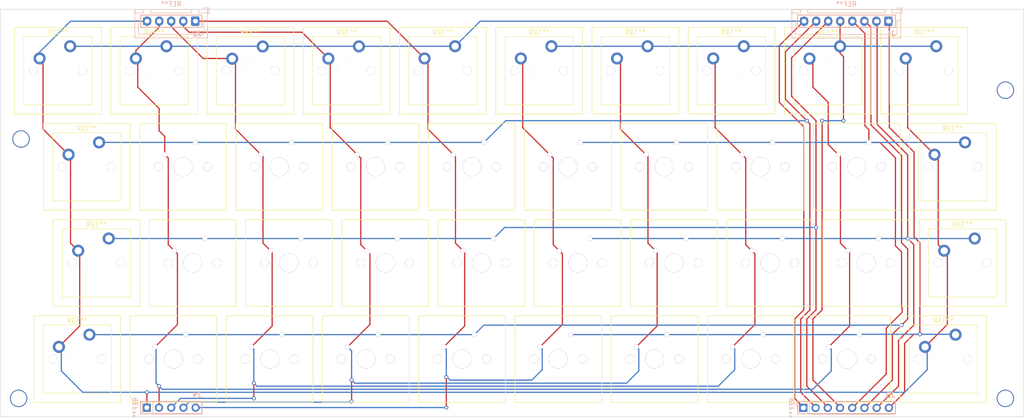
<source format=kicad_pcb>
(kicad_pcb (version 20211014) (generator pcbnew)
  (layers (0 "F.Cu" signal) (31 "B.Cu" signal) (34 "B.Paste" user) (35 "F.Paste" user) (36 "B.SilkS" user "B.Silkscreen") (37 "F.SilkS" user "F.Silkscreen") (38 "B.Mask" user) (39 "F.Mask" user) (44 "Edge.Cuts" user))
  (net 0 "")
  (footprint "Switch_Keyboard_Cherry_MX:SW_Cherry_MX_PCB_1.00u" (layer "F.Cu") (at 215.7476 62.9158)
    (fp_text reference "REF**")
    (fp_text value "SW_Cherry_MX_PCB_1.00u")
  )
  (footprint "Switch_Keyboard_Cherry_MX:SW_Cherry_MX_PCB_1.00u" (layer "F.Cu") (at 59.7408 122.9106)
    (fp_text reference "REF**")
    (fp_text value "SW_Cherry_MX_PCB_1.00u")
  )
  (footprint "Switch_Keyboard_Cherry_MX:SW_Cherry_MX_PCB_1.00u" (layer "F.Cu") (at 239.7506 122.9106)
    (fp_text reference "REF**")
    (fp_text value "SW_Cherry_MX_PCB_1.00u")
  )
  (footprint "Switch_Keyboard_Cherry_MX:SW_Cherry_MX_PCB_1.00u" (layer "F.Cu") (at 75.7428 62.8904)
    (fp_text reference "REF**")
    (fp_text value "SW_Cherry_MX_PCB_1.00u")
  )
  (footprint "Switch_Keyboard_Cherry_MX:SW_Cherry_MX_PCB_1.00u" (layer "F.Cu") (at 235.7374 62.8904)
    (fp_text reference "REF**")
    (fp_text value "SW_Cherry_MX_PCB_1.00u")
  )
  (footprint "Switch_Keyboard_Cherry_MX:SW_Cherry_MX_PCB_1.00u" (layer "F.Cu") (at 61.7474 82.9056)
    (fp_text reference "REF**")
    (fp_text value "SW_Cherry_MX_PCB_1.00u")
  )
  (footprint "Switch_Keyboard_Cherry_MX:SW_Cherry_MX_PCB_1.00u" (layer "F.Cu") (at 55.7276 62.8904)
    (fp_text reference "REF**")
    (fp_text value "SW_Cherry_MX_PCB_1.00u")
  )
  (footprint "Switch_Keyboard_Cherry_MX:SW_Cherry_MX_PCB_1.00u" (layer "F.Cu") (at 175.7426 62.8904)
    (fp_text reference "REF**")
    (fp_text value "SW_Cherry_MX_PCB_1.00u")
  )
  (footprint "Switch_Keyboard_Cherry_MX:SW_Cherry_MX_PCB_1.00u" (layer "F.Cu") (at 195.7324 62.8904)
    (fp_text reference "REF**")
    (fp_text value "SW_Cherry_MX_PCB_1.00u")
  )
  (footprint "Switch_Keyboard_Cherry_MX:SW_Cherry_MX_PCB_1.00u" (layer "F.Cu") (at 243.7384 102.8954)
    (fp_text reference "REF**")
    (fp_text value "SW_Cherry_MX_PCB_1.00u")
  )
  (footprint "Switch_Keyboard_Cherry_MX:SW_Cherry_MX_PCB_1.00u" (layer "F.Cu") (at 115.7478 62.9158)
    (fp_text reference "REF**")
    (fp_text value "SW_Cherry_MX_PCB_1.00u")
  )
  (footprint "Switch_Keyboard_Cherry_MX:SW_Cherry_MX_PCB_1.00u" (layer "F.Cu") (at 155.7528 62.8904)
    (fp_text reference "REF**")
    (fp_text value "SW_Cherry_MX_PCB_1.00u")
  )
  (footprint "Switch_Keyboard_Cherry_MX:SW_Cherry_MX_PCB_1.00u" (layer "F.Cu") (at 241.7318 82.9056)
    (fp_text reference "REF**")
    (fp_text value "SW_Cherry_MX_PCB_1.00u")
  )
  (footprint "Switch_Keyboard_Cherry_MX:SW_Cherry_MX_PCB_1.00u" (layer "F.Cu") (at 135.7376 62.8904)
    (fp_text reference "REF**")
    (fp_text value "SW_Cherry_MX_PCB_1.00u")
  )
  (footprint "Switch_Keyboard_Cherry_MX:SW_Cherry_MX_PCB_1.00u" (layer "F.Cu") (at 95.758 62.9412)
    (fp_text reference "REF**")
    (fp_text value "SW_Cherry_MX_PCB_1.00u")
  )
  (footprint "Switch_Keyboard_Cherry_MX:SW_Cherry_MX_PCB_1.00u" (layer "F.Cu") (at 63.754 102.8954)
    (fp_text reference "REF**")
    (fp_text value "SW_Cherry_MX_PCB_1.00u")
  )
  (footprint "Connector_PinHeader_2.54mm:PinHeader_1x05_P2.54mm_Vertical" (layer "B.Cu") (at 74.1934 133.0198 -90)
    (fp_text reference "REF**")
    (fp_text value "PinHeader_1x05_P2.54mm_Vertical")
  )
  (footprint "Connector_JST:JST_XH_B5B-XH-A_1x05_P2.50mm_Vertical" (layer "B.Cu") (at 84.2734 52.5864 180)
    (fp_text reference "REF**")
    (fp_text value "JST_XH_B5B-XH-A_1x05_P2.50mm_Vertical")
  )
  (footprint "Connector_PinHeader_2.54mm:PinHeader_1x08_P2.54mm_Vertical" (layer "B.Cu") (at 210.6422 133.0706 -90)
    (fp_text reference "REF**")
    (fp_text value "PinHeader_1x08_P2.54mm_Vertical")
  )
  (footprint "Connector_JST:JST_XH_B8B-XH-A_1x08_P2.50mm_Vertical" (layer "B.Cu") (at 228.3276 52.6034 180)
    (fp_text reference "REF**")
    (fp_text value "JST_XH_B8B-XH-A_1x08_P2.50mm_Vertical")
  )
  (gr_poly (pts (xy 211.49386 132.24434) (xy 209.99374 132.24434) (xy 209.99374 133.74446) (xy 211.49386 133.74446)) (layer "F.Cu") (width 0) (fill solid))
  (gr_poly (pts (xy 74.96886 51.85334) (xy 73.46874 51.85334) (xy 73.46874 53.35346) (xy 74.96886 53.35346)) (layer "F.Cu") (width 0) (fill solid))
  (gr_poly (pts (xy 74.96886 132.24434) (xy 73.46874 132.24434) (xy 73.46874 133.74446) (xy 74.96886 133.74446)) (layer "F.Cu") (width 0) (fill solid))
  (gr_poly (pts (xy 211.49386 51.85334) (xy 209.99374 51.85334) (xy 209.99374 53.35346) (xy 211.49386 53.35346)) (layer "F.Cu") (width 0) (fill solid))
  (gr_poly (pts (xy 74.96886 132.24434) (xy 73.46874 132.24434) (xy 73.46874 133.74446) (xy 74.96886 133.74446)) (layer "B.Cu") (width 0) (fill solid))
  (gr_poly (pts (xy 74.96886 51.85334) (xy 73.46874 51.85334) (xy 73.46874 53.35346) (xy 74.96886 53.35346)) (layer "B.Cu") (width 0) (fill solid))
  (gr_poly (pts (xy 211.49386 132.24434) (xy 209.99374 132.24434) (xy 209.99374 133.74446) (xy 211.49386 133.74446)) (layer "B.Cu") (width 0) (fill solid))
  (gr_poly (pts (xy 211.49386 51.85334) (xy 209.99374 51.85334) (xy 209.99374 53.35346) (xy 211.49386 53.35346)) (layer "B.Cu") (width 0) (fill solid))
  (gr_line (start 72.9488 131.7244) (end 85.6488 131.7244) (layer "B.SilkS") (width 0.1999))
  (gr_line (start 84.36229 54.67858) (end 84.53145 54.84774) (layer "B.SilkS") (width 0.2032))
  (gr_line (start 228.50729 54.67858) (end 228.67645 54.84774) (layer "B.SilkS") (width 0.2032))
  (gr_line (start 229.7938 134.2644) (end 229.7938 131.7244) (layer "B.SilkS") (width 0.1999))
  (gr_line (start 85.6488 53.8734) (end 85.6488 51.3334) (layer "B.SilkS") (width 0.1999))
  (gr_line (start 84.53145 55.69407) (end 83.85454 55.01716) (layer "B.SilkS") (width 0.2032))
  (gr_line (start 227.99929 130.56489) (end 227.99929 130.73431) (layer "B.SilkS") (width 0.2032))
  (gr_line (start 84.87004 129.88798) (end 85.20862 129.88798) (layer "B.SilkS") (width 0.2032))
  (gr_line (start 209.4738 134.2644) (end 229.7938 134.2644) (layer "B.SilkS") (width 0.1999))
  (gr_line (start 229.35362 55.69407) (end 229.52304 55.69407) (layer "B.SilkS") (width 0.2032))
  (gr_line (start 85.20862 54.67858) (end 85.03945 54.67858) (layer "B.SilkS") (width 0.2032))
  (gr_line (start 228.33787 55.69407) (end 228.50729 55.69407) (layer "B.SilkS") (width 0.2032))
  (gr_line (start 84.87004 54.67858) (end 85.20862 54.67858) (layer "B.SilkS") (width 0.2032))
  (gr_line (start 84.02371 129.88798) (end 84.53145 130.39573) (layer "B.SilkS") (width 0.2032))
  (gr_line (start 85.37804 55.69407) (end 85.5472 55.52491) (layer "B.SilkS") (width 0.2032))
  (gr_line (start 227.99929 130.22656) (end 228.16871 130.39573) (layer "B.SilkS") (width 0.2032))
  (gr_line (start 227.99929 130.05714) (end 227.99929 130.22656) (layer "B.SilkS") (width 0.2032))
  (gr_line (start 229.35362 54.67858) (end 229.18445 54.67858) (layer "B.SilkS") (width 0.2032))
  (gr_line (start 85.20862 55.69407) (end 85.37804 55.69407) (layer "B.SilkS") (width 0.2032))
  (gr_line (start 84.02371 54.67858) (end 84.36229 54.67858) (layer "B.SilkS") (width 0.2032))
  (gr_line (start 209.4738 51.3334) (end 229.7938 51.3334) (layer "B.SilkS") (width 0.1999))
  (gr_line (start 85.20862 130.90347) (end 85.37804 130.90347) (layer "B.SilkS") (width 0.2032))
  (gr_line (start 85.20862 129.88798) (end 85.03945 129.88798) (layer "B.SilkS") (width 0.2032))
  (gr_line (start 228.50729 129.88798) (end 228.16871 129.88798) (layer "B.SilkS") (width 0.2032))
  (gr_line (start 85.6488 134.2644) (end 85.6488 131.7244) (layer "B.SilkS") (width 0.1999))
  (gr_line (start 72.9488 134.2644) (end 72.9488 131.7244) (layer "B.SilkS") (width 0.1999))
  (gr_line (start 228.50729 55.69407) (end 228.50729 54.67858) (layer "B.SilkS") (width 0.2032))
  (gr_line (start 209.4738 53.8734) (end 229.7938 53.8734) (layer "B.SilkS") (width 0.1999))
  (gr_line (start 209.4738 131.7244) (end 229.7938 131.7244) (layer "B.SilkS") (width 0.1999))
  (gr_line (start 227.99929 130.73431) (end 228.16871 130.90347) (layer "B.SilkS") (width 0.2032))
  (gr_line (start 83.85454 55.69407) (end 84.53145 55.69407) (layer "B.SilkS") (width 0.2032))
  (gr_line (start 229.18445 130.73431) (end 229.35362 130.90347) (layer "B.SilkS") (width 0.2032))
  (gr_line (start 85.03945 129.88798) (end 85.03945 130.73431) (layer "B.SilkS") (width 0.2032))
  (gr_line (start 228.16871 129.88798) (end 227.99929 130.05714) (layer "B.SilkS") (width 0.2032))
  (gr_line (start 229.35362 130.90347) (end 229.52304 130.90347) (layer "B.SilkS") (width 0.2032))
  (gr_line (start 83.85454 54.84774) (end 84.02371 54.67858) (layer "B.SilkS") (width 0.2032))
  (gr_line (start 85.03945 130.73431) (end 85.20862 130.90347) (layer "B.SilkS") (width 0.2032))
  (gr_line (start 229.01504 129.88798) (end 229.35362 129.88798) (layer "B.SilkS") (width 0.2032))
  (gr_line (start 229.18445 54.67858) (end 229.18445 55.52491) (layer "B.SilkS") (width 0.2032))
  (gr_line (start 85.03945 54.67858) (end 85.03945 55.52491) (layer "B.SilkS") (width 0.2032))
  (gr_line (start 85.37804 130.90347) (end 85.5472 130.73431) (layer "B.SilkS") (width 0.2032))
  (gr_line (start 228.16871 130.39573) (end 228.33787 130.39573) (layer "B.SilkS") (width 0.2032))
  (gr_line (start 85.03945 55.52491) (end 85.20862 55.69407) (layer "B.SilkS") (width 0.2032))
  (gr_line (start 229.18445 129.88798) (end 229.18445 130.73431) (layer "B.SilkS") (width 0.2032))
  (gr_line (start 72.9488 53.8734) (end 72.9488 51.3334) (layer "B.SilkS") (width 0.1999))
  (gr_line (start 72.9488 134.2644) (end 85.6488 134.2644) (layer "B.SilkS") (width 0.1999))
  (gr_line (start 229.7938 53.8734) (end 229.7938 51.3334) (layer "B.SilkS") (width 0.1999))
  (gr_line (start 84.02371 130.90347) (end 84.02371 129.88798) (layer "B.SilkS") (width 0.2032))
  (gr_line (start 229.18445 55.52491) (end 229.35362 55.69407) (layer "B.SilkS") (width 0.2032))
  (gr_line (start 229.35362 129.88798) (end 229.18445 129.88798) (layer "B.SilkS") (width 0.2032))
  (gr_line (start 72.9488 51.3334) (end 85.6488 51.3334) (layer "B.SilkS") (width 0.1999))
  (gr_line (start 72.9488 53.8734) (end 85.6488 53.8734) (layer "B.SilkS") (width 0.1999))
  (gr_line (start 229.52304 130.90347) (end 229.6922 130.73431) (layer "B.SilkS") (width 0.2032))
  (gr_line (start 229.01504 54.67858) (end 229.35362 54.67858) (layer "B.SilkS") (width 0.2032))
  (gr_line (start 209.4738 53.8734) (end 209.4738 51.3334) (layer "B.SilkS") (width 0.1999))
  (gr_line (start 228.33787 130.39573) (end 228.16871 130.39573) (layer "B.SilkS") (width 0.2032))
  (gr_line (start 228.67645 55.69407) (end 228.33787 55.69407) (layer "B.SilkS") (width 0.2032))
  (gr_line (start 228.67645 130.05714) (end 228.50729 129.88798) (layer "B.SilkS") (width 0.2032))
  (gr_line (start 84.53145 130.39573) (end 83.85454 130.39573) (layer "B.SilkS") (width 0.2032))
  (gr_line (start 83.85454 55.01716) (end 83.85454 54.84774) (layer "B.SilkS") (width 0.2032))
  (gr_line (start 228.16871 130.90347) (end 228.50729 130.90347) (layer "B.SilkS") (width 0.2032))
  (gr_line (start 229.52304 55.69407) (end 229.6922 55.52491) (layer "B.SilkS") (width 0.2032))
  (gr_line (start 228.50729 130.90347) (end 228.67645 130.73431) (layer "B.SilkS") (width 0.2032))
  (gr_line (start 209.4738 134.2644) (end 209.4738 131.7244) (layer "B.SilkS") (width 0.1999))
  (gr_line (start 228.16871 130.39573) (end 227.99929 130.56489) (layer "B.SilkS") (width 0.2032))
  (gr_line (start 210.7217 131.91642) (end 228.7557 131.91642) (layer "F.SilkS") (width 0.15011))
  (gr_line (start 52.72176 91.9165) (end 52.72176 73.8825) (layer "F.SilkS") (width 0.15011))
  (gr_line (start 184.75579 71.91629) (end 184.75579 53.88229) (layer "F.SilkS") (width 0.15011))
  (gr_line (start 86.7217 71.91629) (end 104.7557 71.91629) (layer "F.SilkS") (width 0.15011))
  (gr_line (start 206.72171 71.91629) (end 224.75571 71.91629) (layer "F.SilkS") (width 0.15011))
  (gr_line (start 224.75571 71.91629) (end 224.75571 53.88229) (layer "F.SilkS") (width 0.15011))
  (gr_line (start 84.75574 71.91629) (end 84.75574 53.88229) (layer "F.SilkS") (width 0.15011))
  (gr_line (start 206.72171 53.88229) (end 224.75571 53.88229) (layer "F.SilkS") (width 0.15011))
  (gr_line (start 94.72193 111.91646) (end 94.72193 93.88246) (layer "F.SilkS") (width 0.15011))
  (gr_line (start 90.72169 113.88242) (end 108.75569 113.88242) (layer "F.SilkS") (width 0.15011))
  (gr_line (start 186.72175 71.91629) (end 204.75575 71.91629) (layer "F.SilkS") (width 0.15011))
  (gr_line (start 88.75573 131.91642) (end 88.75573 113.88242) (layer "F.SilkS") (width 0.15011))
  (gr_line (start 230.7557 91.9165) (end 230.7557 73.8825) (layer "F.SilkS") (width 0.15011))
  (gr_line (start 72.75576 111.91646) (end 72.75576 93.88246) (layer "F.SilkS") (width 0.15011))
  (gr_line (start 152.72182 91.9165) (end 170.75582 91.9165) (layer "F.SilkS") (width 0.15011))
  (gr_line (start 154.72181 111.91646) (end 154.72181 93.88246) (layer "F.SilkS") (width 0.15011))
  (gr_line (start 170.72178 131.91642) (end 188.75578 131.91642) (layer "F.SilkS") (width 0.15011))
  (gr_line (start 110.7219 131.91642) (end 128.7559 131.91642) (layer "F.SilkS") (width 0.15011))
  (gr_line (start 190.72174 113.88242) (end 208.75574 113.88242) (layer "F.SilkS") (width 0.15011))
  (gr_line (start 70.72173 131.91642) (end 88.75573 131.91642) (layer "F.SilkS") (width 0.15011))
  (gr_line (start 188.75578 131.91642) (end 188.75578 113.88242) (layer "F.SilkS") (width 0.15011))
  (gr_line (start 110.7219 113.88242) (end 128.7559 113.88242) (layer "F.SilkS") (width 0.15011))
  (gr_line (start 74.72172 111.91646) (end 74.72172 93.88246) (layer "F.SilkS") (width 0.15011))
  (gr_line (start 130.72186 113.88242) (end 148.75586 113.88242) (layer "F.SilkS") (width 0.15011))
  (gr_line (start 124.75591 71.91629) (end 124.75591 53.88229) (layer "F.SilkS") (width 0.15011))
  (gr_line (start 234.72191 111.91646) (end 252.75591 111.91646) (layer "F.SilkS") (width 0.15011))
  (gr_line (start 232.75569 111.91646) (end 232.75569 93.88246) (layer "F.SilkS") (width 0.15011))
  (gr_line (start 226.72167 71.91629) (end 226.72167 53.88229) (layer "F.SilkS") (width 0.15011))
  (gr_line (start 146.72183 71.91629) (end 164.75583 71.91629) (layer "F.SilkS") (width 0.15011))
  (gr_line (start 54.72176 111.91646) (end 54.72176 93.88246) (layer "F.SilkS") (width 0.15011))
  (gr_line (start 50.72177 131.91642) (end 50.72177 113.88242) (layer "F.SilkS") (width 0.15011))
  (gr_line (start 206.72171 71.91629) (end 206.72171 53.88229) (layer "F.SilkS") (width 0.15011))
  (gr_line (start 92.72194 91.9165) (end 110.75568 91.9165) (layer "F.SilkS") (width 0.15011))
  (gr_line (start 152.72182 91.9165) (end 152.72182 73.8825) (layer "F.SilkS") (width 0.15011))
  (gr_line (start 92.72194 91.9165) (end 92.72194 73.8825) (layer "F.SilkS") (width 0.15011))
  (gr_line (start 90.72169 131.91642) (end 90.72169 113.88242) (layer "F.SilkS") (width 0.15011))
  (gr_line (start 74.72172 93.88246) (end 92.75572 93.88246) (layer "F.SilkS") (width 0.15011))
  (gr_line (start 70.72173 113.88242) (end 88.75573 113.88242) (layer "F.SilkS") (width 0.15011))
  (gr_line (start 186.72175 71.91629) (end 186.72175 53.88229) (layer "F.SilkS") (width 0.15011))
  (gr_line (start 234.72191 111.91646) (end 234.72191 93.88246) (layer "F.SilkS") (width 0.15011))
  (gr_line (start 90.75572 91.9165) (end 90.75572 73.8825) (layer "F.SilkS") (width 0.15011))
  (gr_line (start 154.72181 93.88246) (end 172.75581 93.88246) (layer "F.SilkS") (width 0.15011))
  (gr_line (start 228.7557 131.91642) (end 228.7557 113.88242) (layer "F.SilkS") (width 0.15011))
  (gr_line (start 54.72176 93.88246) (end 72.75576 93.88246) (layer "F.SilkS") (width 0.15011))
  (gr_line (start 132.72186 91.9165) (end 132.72186 73.8825) (layer "F.SilkS") (width 0.15011))
  (gr_line (start 192.72174 73.8825) (end 210.75574 73.8825) (layer "F.SilkS") (width 0.15011))
  (gr_line (start 192.72174 91.9165) (end 192.72174 73.8825) (layer "F.SilkS") (width 0.15011))
  (gr_line (start 106.72191 71.91629) (end 106.72191 53.88229) (layer "F.SilkS") (width 0.15011))
  (gr_line (start 112.7219 73.8825) (end 130.7559 73.8825) (layer "F.SilkS") (width 0.15011))
  (gr_line (start 126.72187 71.91629) (end 126.72187 53.88229) (layer "F.SilkS") (width 0.15011))
  (gr_line (start 172.72178 73.8825) (end 190.75578 73.8825) (layer "F.SilkS") (width 0.15011))
  (gr_line (start 106.72191 71.91629) (end 124.75591 71.91629) (layer "F.SilkS") (width 0.15011))
  (gr_line (start 146.72183 53.88229) (end 164.75583 53.88229) (layer "F.SilkS") (width 0.15011))
  (gr_line (start 186.72175 53.88229) (end 204.75575 53.88229) (layer "F.SilkS") (width 0.15011))
  (gr_line (start 54.72176 111.91646) (end 72.75576 111.91646) (layer "F.SilkS") (width 0.15011))
  (gr_line (start 248.75592 131.91642) (end 248.75592 113.88242) (layer "F.SilkS") (width 0.15011))
  (gr_line (start 146.72183 71.91629) (end 146.72183 53.88229) (layer "F.SilkS") (width 0.15011))
  (gr_line (start 112.75593 111.91646) (end 112.75593 93.88246) (layer "F.SilkS") (width 0.15011))
  (gr_line (start 52.72176 73.8825) (end 70.75576 73.8825) (layer "F.SilkS") (width 0.15011))
  (gr_line (start 172.72178 91.9165) (end 172.72178 73.8825) (layer "F.SilkS") (width 0.15011))
  (gr_line (start 174.72177 111.91646) (end 174.72177 93.88246) (layer "F.SilkS") (width 0.15011))
  (gr_line (start 94.72193 93.88246) (end 112.75593 93.88246) (layer "F.SilkS") (width 0.15011))
  (gr_line (start 166.72179 71.91629) (end 184.75579 71.91629) (layer "F.SilkS") (width 0.15011))
  (gr_line (start 212.7217 91.9165) (end 230.7557 91.9165) (layer "F.SilkS") (width 0.15011))
  (gr_line (start 132.72186 73.8825) (end 150.75586 73.8825) (layer "F.SilkS") (width 0.15011))
  (gr_line (start 134.72185 111.91646) (end 152.75585 111.91646) (layer "F.SilkS") (width 0.15011))
  (gr_line (start 110.75568 91.9165) (end 110.75568 73.8825) (layer "F.SilkS") (width 0.15011))
  (gr_line (start 212.7217 73.8825) (end 230.7557 73.8825) (layer "F.SilkS") (width 0.15011))
  (gr_line (start 150.72182 131.91642) (end 150.72182 113.88242) (layer "F.SilkS") (width 0.15011))
  (gr_line (start 108.75569 131.91642) (end 108.75569 113.88242) (layer "F.SilkS") (width 0.15011))
  (gr_line (start 192.75577 111.91646) (end 192.75577 93.88246) (layer "F.SilkS") (width 0.15011))
  (gr_line (start 190.72174 131.91642) (end 208.75574 131.91642) (layer "F.SilkS") (width 0.15011))
  (gr_line (start 150.72182 113.88242) (end 168.75582 113.88242) (layer "F.SilkS") (width 0.15011))
  (gr_line (start 152.72182 73.8825) (end 170.75582 73.8825) (layer "F.SilkS") (width 0.15011))
  (gr_line (start 170.72178 131.91642) (end 170.72178 113.88242) (layer "F.SilkS") (width 0.15011))
  (gr_line (start 134.72185 93.88246) (end 152.75585 93.88246) (layer "F.SilkS") (width 0.15011))
  (gr_line (start 252.75591 111.91646) (end 252.75591 93.88246) (layer "F.SilkS") (width 0.15011))
  (gr_line (start 148.75586 131.91642) (end 148.75586 113.88242) (layer "F.SilkS") (width 0.15011))
  (gr_line (start 172.75581 111.91646) (end 172.75581 93.88246) (layer "F.SilkS") (width 0.15011))
  (gr_line (start 50.72177 131.91642) (end 68.75577 131.91642) (layer "F.SilkS") (width 0.15011))
  (gr_line (start 166.72179 71.91629) (end 166.72179 53.88229) (layer "F.SilkS") (width 0.15011))
  (gr_line (start 86.7217 53.88229) (end 104.7557 53.88229) (layer "F.SilkS") (width 0.15011))
  (gr_line (start 92.75572 111.91646) (end 92.75572 93.88246) (layer "F.SilkS") (width 0.15011))
  (gr_line (start 154.72181 111.91646) (end 172.75581 111.91646) (layer "F.SilkS") (width 0.15011))
  (gr_line (start 64.75578 71.91629) (end 64.75578 53.88229) (layer "F.SilkS") (width 0.15011))
  (gr_line (start 192.72174 91.9165) (end 210.75574 91.9165) (layer "F.SilkS") (width 0.15011))
  (gr_line (start 66.72174 71.91629) (end 84.75574 71.91629) (layer "F.SilkS") (width 0.15011))
  (gr_line (start 210.7217 113.88242) (end 228.7557 113.88242) (layer "F.SilkS") (width 0.15011))
  (gr_line (start 232.72191 73.8825) (end 250.75591 73.8825) (layer "F.SilkS") (width 0.15011))
  (gr_line (start 132.72186 91.9165) (end 150.75586 91.9165) (layer "F.SilkS") (width 0.15011))
  (gr_line (start 72.72172 91.9165) (end 72.72172 73.8825) (layer "F.SilkS") (width 0.15011))
  (gr_line (start 234.72191 93.88246) (end 252.75591 93.88246) (layer "F.SilkS") (width 0.15011))
  (gr_line (start 72.72172 91.9165) (end 90.75572 91.9165) (layer "F.SilkS") (width 0.15011))
  (gr_line (start 168.75582 131.91642) (end 168.75582 113.88242) (layer "F.SilkS") (width 0.15011))
  (gr_line (start 68.75577 131.91642) (end 68.75577 113.88242) (layer "F.SilkS") (width 0.15011))
  (gr_line (start 204.75575 71.91629) (end 204.75575 53.88229) (layer "F.SilkS") (width 0.15011))
  (gr_line (start 230.72192 131.91642) (end 248.75592 131.91642) (layer "F.SilkS") (width 0.15011))
  (gr_line (start 74.72172 111.91646) (end 92.75572 111.91646) (layer "F.SilkS") (width 0.15011))
  (gr_line (start 70.72173 131.91642) (end 70.72173 113.88242) (layer "F.SilkS") (width 0.15011))
  (gr_line (start 86.7217 71.91629) (end 86.7217 53.88229) (layer "F.SilkS") (width 0.15011))
  (gr_line (start 66.72174 71.91629) (end 66.72174 53.88229) (layer "F.SilkS") (width 0.15011))
  (gr_line (start 232.72191 91.9165) (end 250.75591 91.9165) (layer "F.SilkS") (width 0.15011))
  (gr_line (start 130.7559 91.9165) (end 130.7559 73.8825) (layer "F.SilkS") (width 0.15011))
  (gr_line (start 130.72186 131.91642) (end 148.75586 131.91642) (layer "F.SilkS") (width 0.15011))
  (gr_line (start 174.72177 93.88246) (end 192.75577 93.88246) (layer "F.SilkS") (width 0.15011))
  (gr_line (start 210.75574 91.9165) (end 210.75574 73.8825) (layer "F.SilkS") (width 0.15011))
  (gr_line (start 104.7557 71.91629) (end 104.7557 53.88229) (layer "F.SilkS") (width 0.15011))
  (gr_line (start 66.72174 53.88229) (end 84.75574 53.88229) (layer "F.SilkS") (width 0.15011))
  (gr_line (start 174.72177 111.91646) (end 192.75577 111.91646) (layer "F.SilkS") (width 0.15011))
  (gr_line (start 214.72169 111.91646) (end 232.75569 111.91646) (layer "F.SilkS") (width 0.15011))
  (gr_line (start 230.72192 113.88242) (end 248.75592 113.88242) (layer "F.SilkS") (width 0.15011))
  (gr_line (start 112.7219 91.9165) (end 112.7219 73.8825) (layer "F.SilkS") (width 0.15011))
  (gr_line (start 210.7217 131.91642) (end 210.7217 113.88242) (layer "F.SilkS") (width 0.15011))
  (gr_line (start 170.75582 91.9165) (end 170.75582 73.8825) (layer "F.SilkS") (width 0.15011))
  (gr_line (start 128.7559 131.91642) (end 128.7559 113.88242) (layer "F.SilkS") (width 0.15011))
  (gr_line (start 190.75578 91.9165) (end 190.75578 73.8825) (layer "F.SilkS") (width 0.15011))
  (gr_line (start 46.72178 71.91629) (end 64.75578 71.91629) (layer "F.SilkS") (width 0.15011))
  (gr_line (start 150.75586 91.9165) (end 150.75586 73.8825) (layer "F.SilkS") (width 0.15011))
  (gr_line (start 230.72192 131.91642) (end 230.72192 113.88242) (layer "F.SilkS") (width 0.15011))
  (gr_line (start 194.72173 93.88246) (end 212.75573 93.88246) (layer "F.SilkS") (width 0.15011))
  (gr_line (start 144.75587 71.91629) (end 144.75587 53.88229) (layer "F.SilkS") (width 0.15011))
  (gr_line (start 190.72174 131.91642) (end 190.72174 113.88242) (layer "F.SilkS") (width 0.15011))
  (gr_line (start 114.72189 111.91646) (end 132.75589 111.91646) (layer "F.SilkS") (width 0.15011))
  (gr_line (start 52.72176 91.9165) (end 70.75576 91.9165) (layer "F.SilkS") (width 0.15011))
  (gr_line (start 46.72178 71.91629) (end 46.72178 53.88229) (layer "F.SilkS") (width 0.15011))
  (gr_line (start 114.72189 93.88246) (end 132.75589 93.88246) (layer "F.SilkS") (width 0.15011))
  (gr_line (start 134.72185 111.91646) (end 134.72185 93.88246) (layer "F.SilkS") (width 0.15011))
  (gr_line (start 130.72186 131.91642) (end 130.72186 113.88242) (layer "F.SilkS") (width 0.15011))
  (gr_line (start 46.72178 53.88229) (end 64.75578 53.88229) (layer "F.SilkS") (width 0.15011))
  (gr_line (start 214.72169 93.88246) (end 232.75569 93.88246) (layer "F.SilkS") (width 0.15011))
  (gr_line (start 70.75576 91.9165) (end 70.75576 73.8825) (layer "F.SilkS") (width 0.15011))
  (gr_line (start 94.72193 111.91646) (end 112.75593 111.91646) (layer "F.SilkS") (width 0.15011))
  (gr_line (start 106.72191 53.88229) (end 124.75591 53.88229) (layer "F.SilkS") (width 0.15011))
  (gr_line (start 150.72182 131.91642) (end 168.75582 131.91642) (layer "F.SilkS") (width 0.15011))
  (gr_line (start 172.72178 91.9165) (end 190.75578 91.9165) (layer "F.SilkS") (width 0.15011))
  (gr_line (start 212.7217 91.9165) (end 212.7217 73.8825) (layer "F.SilkS") (width 0.15011))
  (gr_line (start 170.72178 113.88242) (end 188.75578 113.88242) (layer "F.SilkS") (width 0.15011))
  (gr_line (start 50.72177 113.88242) (end 68.75577 113.88242) (layer "F.SilkS") (width 0.15011))
  (gr_line (start 194.72173 111.91646) (end 194.72173 93.88246) (layer "F.SilkS") (width 0.15011))
  (gr_line (start 214.72169 111.91646) (end 214.72169 93.88246) (layer "F.SilkS") (width 0.15011))
  (gr_line (start 232.72191 91.9165) (end 232.72191 73.8825) (layer "F.SilkS") (width 0.15011))
  (gr_line (start 250.75591 91.9165) (end 250.75591 73.8825) (layer "F.SilkS") (width 0.15011))
  (gr_line (start 126.72187 53.88229) (end 144.75587 53.88229) (layer "F.SilkS") (width 0.15011))
  (gr_line (start 92.72194 73.8825) (end 110.75568 73.8825) (layer "F.SilkS") (width 0.15011))
  (gr_line (start 132.75589 111.91646) (end 132.75589 93.88246) (layer "F.SilkS") (width 0.15011))
  (gr_line (start 244.75567 71.91629) (end 244.75567 53.88229) (layer "F.SilkS") (width 0.15011))
  (gr_line (start 208.75574 131.91642) (end 208.75574 113.88242) (layer "F.SilkS") (width 0.15011))
  (gr_line (start 72.72172 73.8825) (end 90.75572 73.8825) (layer "F.SilkS") (width 0.15011))
  (gr_line (start 164.75583 71.91629) (end 164.75583 53.88229) (layer "F.SilkS") (width 0.15011))
  (gr_line (start 114.72189 111.91646) (end 114.72189 93.88246) (layer "F.SilkS") (width 0.15011))
  (gr_line (start 226.72167 71.91629) (end 244.75567 71.91629) (layer "F.SilkS") (width 0.15011))
  (gr_line (start 212.75573 111.91646) (end 212.75573 93.88246) (layer "F.SilkS") (width 0.15011))
  (gr_line (start 166.72179 53.88229) (end 184.75579 53.88229) (layer "F.SilkS") (width 0.15011))
  (gr_line (start 112.7219 91.9165) (end 130.7559 91.9165) (layer "F.SilkS") (width 0.15011))
  (gr_line (start 110.7219 131.91642) (end 110.7219 113.88242) (layer "F.SilkS") (width 0.15011))
  (gr_line (start 194.72173 111.91646) (end 212.75573 111.91646) (layer "F.SilkS") (width 0.15011))
  (gr_line (start 90.72169 131.91642) (end 108.75569 131.91642) (layer "F.SilkS") (width 0.15011))
  (gr_line (start 226.72167 53.88229) (end 244.75567 53.88229) (layer "F.SilkS") (width 0.15011))
  (gr_line (start 126.72187 71.91629) (end 144.75587 71.91629) (layer "F.SilkS") (width 0.15011))
  (gr_line (start 152.75585 111.91646) (end 152.75585 93.88246) (layer "F.SilkS") (width 0.15011))
  (gr_circle (center 252.6538 66.9544) (end 254.2538 66.9544) (layer "Edge.Cuts") (width 0.05) (fill none))
  (gr_line (start 170.47667 50.11928) (end 256.4638 50.11928) (layer "Edge.Cuts") (width 0.1016))
  (gr_circle (center 48.0568 77.1144) (end 49.6568 77.1144) (layer "Edge.Cuts") (width 0.05) (fill none))
  (gr_circle (center 252.6538 131.0894) (end 254.2538 131.0894) (layer "Edge.Cuts") (width 0.05) (fill none))
  (gr_line (start 256.4638 50.11928) (end 256.4638 134.8994) (layer "Edge.Cuts") (width 0.1016))
  (gr_line (start 43.7388 50.11928) (end 43.7388 134.8994) (layer "Edge.Cuts") (width 0.1016))
  (gr_circle (center 47.5488 131.0896) (end 49.1488 131.0896) (layer "Edge.Cuts") (width 0.05) (fill none))
  (gr_line (start 43.7388 134.8994) (end 256.4638 134.8994) (layer "Edge.Cuts") (width 0.1016))
  (gr_line (start 43.7388 50.11928) (end 170.47667 50.11928) (layer "Edge.Cuts") (width 0.1016))
  (segment (start 139.92885 100.35946) (end 140.2588 100.68941) (width 0.254) (layer "F.Cu") (net 0))
  (segment (start 97.92894 80.3595) (end 98.3488 80.77937) (width 0.254) (layer "F.Cu") (net 0))
  (segment (start 244.27891 77.8195) (end 244.27891 77.8195) (width 0.1) (layer "F.Cu") (net 0))
  (segment (start 208.2038 68.2244) (end 208.2038 60.2234) (width 0.254) (layer "F.Cu") (net 0))
  (segment (start 160.5788 115.70945) (end 160.5788 101.00945) (width 0.254) (layer "F.Cu") (net 0))
  (segment (start 92.6338 75.06437) (end 92.6338 61.06439) (width 0.254) (layer "F.Cu") (net 0))
  (segment (start 240.5888 115.69954) (end 240.5888 101.01936) (width 0.254) (layer "F.Cu") (net 0))
  (segment (start 66.27876 97.81946) (end 66.27876 97.81946) (width 0.1) (layer "F.Cu") (net 0))
  (segment (start 239.92891 100.35946) (end 239.92891 100.35946) (width 0.1) (layer "F.Cu") (net 0))
  (segment (start 231.1908 113.1824) (end 231.1908 112.1664) (width 0.254) (layer "F.Cu") (net 0))
  (segment (start 55.92877 120.35942) (end 60.2488 116.03939) (width 0.254) (layer "F.Cu") (net 0))
  (segment (start 78.6638 99.09429) (end 78.6638 81.09433) (width 0.254) (layer "F.Cu") (net 0))
  (segment (start 76.7588 53.8734) (end 76.7588 52.6034) (width 0.254) (layer "F.Cu") (net 0))
  (segment (start 215.9287 120.35942) (end 220.2688 116.01933) (width 0.254) (layer "F.Cu") (net 0))
  (segment (start 218.27871 57.81929) (end 218.27871 53.70449) (width 0.254) (layer "F.Cu") (net 0))
  (segment (start 77.92872 80.3595) (end 77.92872 80.3595) (width 0.1) (layer "F.Cu") (net 0))
  (segment (start 158.6738 99.10445) (end 158.6738 81.10449) (width 0.254) (layer "F.Cu") (net 0))
  (segment (start 119.92889 100.35946) (end 119.92889 100.35946) (width 0.1) (layer "F.Cu") (net 0))
  (segment (start 223.4438 132.9944) (end 229.1588 127.2794) (width 0.254) (layer "F.Cu") (net 0))
  (segment (start 224.7138 74.1934) (end 231.0638 80.5434) (width 0.254) (layer "F.Cu") (net 0))
  (segment (start 112.3188 74.74941) (end 117.9289 80.3595) (width 0.254) (layer "F.Cu") (net 0))
  (segment (start 76.7588 75.4093) (end 76.7588 70.7644) (width 0.254) (layer "F.Cu") (net 0))
  (segment (start 217.9287 80.3595) (end 218.3638 80.79435) (width 0.254) (layer "F.Cu") (net 0))
  (segment (start 71.92874 58.70346) (end 76.7588 53.8734) (width 0.254) (layer "F.Cu") (net 0))
  (segment (start 206.9338 58.9534) (end 213.2838 52.6034) (width 0.254) (layer "F.Cu") (net 0))
  (segment (start 238.6838 99.11436) (end 238.6838 81.11439) (width 0.254) (layer "F.Cu") (net 0))
  (segment (start 124.2789 77.8195) (end 124.2789 77.8195) (width 0.1) (layer "F.Cu") (net 0))
  (segment (start 115.9289 120.35942) (end 115.9289 120.35942) (width 0.1) (layer "F.Cu") (net 0))
  (segment (start 88.32469 60.35929) (end 91.9287 60.35929) (width 0.254) (layer "F.Cu") (net 0))
  (segment (start 118.6688 99.09937) (end 119.92889 100.35946) (width 0.254) (layer "F.Cu") (net 0))
  (segment (start 223.4438 52.6034) (end 223.4438 52.6034) (width 0.254) (layer "F.Cu") (net 0))
  (segment (start 218.27871 59.24931) (end 218.27871 57.81929) (width 0.254) (layer "F.Cu") (net 0))
  (segment (start 228.5238 132.9944) (end 231.6988 129.8194) (width 0.254) (layer "F.Cu") (net 0))
  (segment (start 155.92882 120.35942) (end 160.5788 115.70945) (width 0.254) (layer "F.Cu") (net 0))
  (segment (start 206.27873 97.81946) (end 206.27873 97.81946) (width 0.1) (layer "F.Cu") (net 0))
  (segment (start 98.2787 57.81929) (end 98.2787 57.81929) (width 0.1) (layer "F.Cu") (net 0))
  (segment (start 204.27874 77.8195) (end 204.27874 77.8195) (width 0.1) (layer "F.Cu") (net 0))
  (segment (start 57.92876 80.3595) (end 57.92876 80.3595) (width 0.1) (layer "F.Cu") (net 0))
  (segment (start 178.27879 57.81929) (end 178.27879 57.81929) (width 0.1) (layer "F.Cu") (net 0))
  (segment (start 171.92879 60.35929) (end 172.6438 61.0743) (width 0.254) (layer "F.Cu") (net 0))
  (segment (start 237.92891 80.3595) (end 238.6838 81.11439) (width 0.254) (layer "F.Cu") (net 0))
  (segment (start 158.27883 57.81929) (end 158.27883 57.81929) (width 0.1) (layer "F.Cu") (net 0))
  (segment (start 232.3338 114.5794) (end 232.3338 99.9744) (width 0.254) (layer "F.Cu") (net 0))
  (segment (start 104.27894 77.8195) (end 104.27894 77.8195) (width 0.1) (layer "F.Cu") (net 0))
  (segment (start 79.92872 100.35946) (end 79.92872 100.35946) (width 0.1) (layer "F.Cu") (net 0))
  (segment (start 99.92868 100.35946) (end 99.92868 100.35946) (width 0.1) (layer "F.Cu") (net 0))
  (segment (start 86.27872 97.81946) (end 86.27872 97.81946) (width 0.1) (layer "F.Cu") (net 0))
  (segment (start 146.27885 97.81946) (end 146.27885 97.81946) (width 0.1) (layer "F.Cu") (net 0))
  (segment (start 81.8388 53.7464) (end 82.9818 54.8894) (width 0.254) (layer "F.Cu") (net 0))
  (segment (start 137.92886 80.3595) (end 138.3538 80.78445) (width 0.254) (layer "F.Cu") (net 0))
  (segment (start 229.1588 127.2794) (end 229.1588 117.7544) (width 0.254) (layer "F.Cu") (net 0))
  (segment (start 222.2787 117.81942) (end 222.2787 117.81942) (width 0.1) (layer "F.Cu") (net 0))
  (segment (start 77.92872 80.3595) (end 77.92872 76.57948) (width 0.254) (layer "F.Cu") (net 0))
  (segment (start 139.92885 100.35946) (end 139.92885 100.35946) (width 0.1) (layer "F.Cu") (net 0))
  (segment (start 232.3338 74.76439) (end 232.3338 60.76442) (width 0.254) (layer "F.Cu") (net 0))
  (segment (start 210.1088 129.8194) (end 210.1088 114.5794) (width 0.254) (layer "F.Cu") (net 0))
  (segment (start 218.3638 98.79432) (end 218.3638 80.79435) (width 0.254) (layer "F.Cu") (net 0))
  (segment (start 111.92891 60.35929) (end 111.92891 60.35929) (width 0.1) (layer "F.Cu") (net 0))
  (segment (start 71.92874 60.35929) (end 71.92874 58.70346) (width 0.254) (layer "F.Cu") (net 0))
  (segment (start 210.1088 114.5794) (end 212.0138 112.6744) (width 0.254) (layer "F.Cu") (net 0))
  (segment (start 211.92871 60.35929) (end 212.6488 61.07938) (width 0.254) (layer "F.Cu") (net 0))
  (segment (start 59.92876 100.35946) (end 59.92876 100.35946) (width 0.1) (layer "F.Cu") (net 0))
  (segment (start 116.7638 131.7244) (end 116.7638 127.2794) (width 0.254) (layer "F.Cu") (net 0))
  (segment (start 91.9287 60.35929) (end 92.6338 61.06439) (width 0.254) (layer "F.Cu") (net 0))
  (segment (start 77.92872 80.3595) (end 78.6638 81.09433) (width 0.254) (layer "F.Cu") (net 0))
  (segment (start 208.8388 114.5794) (end 210.7438 112.6744) (width 0.254) (layer "F.Cu") (net 0))
  (segment (start 55.92877 120.35942) (end 55.92877 120.35942) (width 0.1) (layer "F.Cu") (net 0))
  (segment (start 215.8238 78.25435) (end 215.8238 69.4944) (width 0.254) (layer "F.Cu") (net 0))
  (segment (start 218.27871 57.81929) (end 218.27871 57.81929) (width 0.1) (layer "F.Cu") (net 0))
  (segment (start 223.4438 52.6034) (end 224.7138 53.8734) (width 0.254) (layer "F.Cu") (net 0))
  (segment (start 224.2787 77.8195) (end 226.5619 77.8195) (width 0.254) (layer "F.Cu") (net 0))
  (segment (start 62.27877 117.81942) (end 62.27877 117.81942) (width 0.1) (layer "F.Cu") (net 0))
  (segment (start 231.0638 115.8494) (end 232.3338 114.5794) (width 0.254) (layer "F.Cu") (net 0))
  (segment (start 208.8388 131.0894) (end 208.8388 114.5794) (width 0.254) (layer "F.Cu") (net 0))
  (segment (start 120.5738 115.71427) (end 120.5738 101.00437) (width 0.254) (layer "F.Cu") (net 0))
  (segment (start 118.27891 57.81929) (end 118.27891 57.81929) (width 0.1) (layer "F.Cu") (net 0))
  (segment (start 231.0638 112.0394) (end 231.1908 112.1664) (width 0.254) (layer "F.Cu") (net 0))
  (segment (start 102.27869 117.81942) (end 102.27869 117.81942) (width 0.1) (layer "F.Cu") (net 0))
  (segment (start 180.2638 116.02441) (end 180.2638 100.69449) (width 0.254) (layer "F.Cu") (net 0))
  (segment (start 211.3788 114.5794) (end 213.2838 112.6744) (width 0.254) (layer "F.Cu") (net 0))
  (segment (start 118.6688 99.09937) (end 118.6688 81.09941) (width 0.254) (layer "F.Cu") (net 0))
  (segment (start 200.5838 115.70437) (end 200.5838 101.01453) (width 0.254) (layer "F.Cu") (net 0))
  (segment (start 137.92886 80.3595) (end 137.92886 80.3595) (width 0.1) (layer "F.Cu") (net 0))
  (segment (start 144.27886 77.8195) (end 144.27886 77.8195) (width 0.1) (layer "F.Cu") (net 0))
  (segment (start 229.7938 99.3394) (end 231.0638 100.6094) (width 0.254) (layer "F.Cu") (net 0))
  (segment (start 233.6038 115.8494) (end 233.6038 99.0854) (width 0.254) (layer "F.Cu") (net 0))
  (segment (start 205.6638 57.6834) (end 210.7438 52.6034) (width 0.254) (layer "F.Cu") (net 0))
  (segment (start 85.9028 60.3504) (end 88.3158 60.3504) (width 0.254) (layer "F.Cu") (net 0))
  (segment (start 231.0638 98.7044) (end 231.0638 80.5434) (width 0.254) (layer "F.Cu") (net 0))
  (segment (start 226.27869 97.81946) (end 226.27869 97.81946) (width 0.1) (layer "F.Cu") (net 0))
  (segment (start 58.3438 98.7745) (end 59.92876 100.35946) (width 0.254) (layer "F.Cu") (net 0))
  (segment (start 212.6488 127.2794) (end 212.6488 114.5794) (width 0.254) (layer "F.Cu") (net 0))
  (segment (start 117.9289 80.3595) (end 118.6688 81.09941) (width 0.254) (layer "F.Cu") (net 0))
  (segment (start 136.4488 132.9944) (end 136.4488 126.6444) (width 0.254) (layer "F.Cu") (net 0))
  (segment (start 218.3638 98.79432) (end 219.92869 100.35946) (width 0.254) (layer "F.Cu") (net 0))
  (segment (start 205.6638 69.4944) (end 210.7438 74.5744) (width 0.254) (layer "F.Cu") (net 0))
  (segment (start 106.27868 97.81946) (end 106.27868 97.81946) (width 0.1) (layer "F.Cu") (net 0))
  (segment (start 233.6673 97.4979) (end 233.6673 79.8449) (width 0.254) (layer "F.Cu") (net 0))
  (segment (start 227.8888 126.0094) (end 227.8888 116.4844) (width 0.254) (layer "F.Cu") (net 0))
  (segment (start 225.9838 74.0664) (end 225.9838 52.6034) (width 0.254) (layer "F.Cu") (net 0))
  (segment (start 138.3538 98.78441) (end 139.92885 100.35946) (width 0.254) (layer "F.Cu") (net 0))
  (segment (start 172.6438 75.07453) (end 177.92878 80.3595) (width 0.254) (layer "F.Cu") (net 0))
  (segment (start 84.27872 77.8195) (end 84.27872 77.8195) (width 0.1) (layer "F.Cu") (net 0))
  (segment (start 99.92868 100.35946) (end 100.2538 100.68433) (width 0.254) (layer "F.Cu") (net 0))
  (segment (start 238.27892 57.81929) (end 238.27892 57.81929) (width 0.1) (layer "F.Cu") (net 0))
  (segment (start 198.6788 99.10953) (end 198.6788 81.10931) (width 0.254) (layer "F.Cu") (net 0))
  (segment (start 96.4438 131.0894) (end 96.4438 127.9144) (width 0.254) (layer "F.Cu") (net 0))
  (segment (start 79.92872 100.35946) (end 80.5688 100.99929) (width 0.254) (layer "F.Cu") (net 0))
  (segment (start 228.5238 74.7014) (end 233.6673 79.8449) (width 0.254) (layer "F.Cu") (net 0))
  (segment (start 211.92871 60.35929) (end 211.92871 60.35929) (width 0.1) (layer "F.Cu") (net 0))
  (segment (start 159.92881 100.35946) (end 159.92881 100.35946) (width 0.1) (layer "F.Cu") (net 0))
  (segment (start 88.3158 60.3504) (end 88.32469 60.35929) (width 0.254) (layer "F.Cu") (net 0))
  (segment (start 232.3338 97.8154) (end 232.3338 80.4164) (width 0.254) (layer "F.Cu") (net 0))
  (segment (start 135.92886 120.35942) (end 140.2588 116.02949) (width 0.254) (layer "F.Cu") (net 0))
  (segment (start 224.2787 77.8195) (end 224.2787 75.1553) (width 0.254) (layer "F.Cu") (net 0))
  (segment (start 76.7588 132.9944) (end 76.7588 128.5494) (width 0.254) (layer "F.Cu") (net 0))
  (segment (start 186.27877 97.81946) (end 186.27877 97.81946) (width 0.1) (layer "F.Cu") (net 0))
  (segment (start 227.8888 116.4844) (end 231.1908 113.1824) (width 0.254) (layer "F.Cu") (net 0))
  (segment (start 212.6488 127.2794) (end 218.3638 132.9944) (width 0.254) (layer "F.Cu") (net 0))
  (segment (start 211.3788 73.3044) (end 212.0138 73.9394) (width 0.254) (layer "F.Cu") (net 0))
  (segment (start 178.3588 98.78949) (end 179.92877 100.35946) (width 0.254) (layer "F.Cu") (net 0))
  (segment (start 72.3138 66.3194) (end 72.3138 60.74435) (width 0.254) (layer "F.Cu") (net 0))
  (segment (start 58.27878 57.81929) (end 58.27878 57.81929) (width 0.1) (layer "F.Cu") (net 0))
  (segment (start 78.27874 57.81929) (end 78.27874 57.81929) (width 0.1) (layer "F.Cu") (net 0))
  (segment (start 229.1588 117.7544) (end 231.0638 115.8494) (width 0.254) (layer "F.Cu") (net 0))
  (segment (start 233.6673 97.4979) (end 234.8738 98.7044) (width 0.254) (layer "F.Cu") (net 0))
  (segment (start 195.92874 120.35942) (end 200.5838 115.70437) (width 0.254) (layer "F.Cu") (net 0))
  (segment (start 217.9287 80.3595) (end 217.9287 80.3595) (width 0.1) (layer "F.Cu") (net 0))
  (segment (start 230.4288 119.0244) (end 233.6038 115.8494) (width 0.254) (layer "F.Cu") (net 0))
  (segment (start 126.27889 97.81946) (end 126.27889 97.81946) (width 0.1) (layer "F.Cu") (net 0))
  (segment (start 212.0138 112.6744) (end 212.0138 73.9394) (width 0.254) (layer "F.Cu") (net 0))
  (segment (start 220.9038 52.6034) (end 223.4438 55.1434) (width 0.254) (layer "F.Cu") (net 0))
  (segment (start 166.27881 97.81946) (end 166.27881 97.81946) (width 0.1) (layer "F.Cu") (net 0))
  (segment (start 202.27874 117.81942) (end 202.27874 117.81942) (width 0.1) (layer "F.Cu") (net 0))
  (segment (start 224.2787 77.8195) (end 224.2787 77.8195) (width 0.1) (layer "F.Cu") (net 0))
  (segment (start 218.9988 73.3044) (end 218.9988 59.9694) (width 0.254) (layer "F.Cu") (net 0))
  (segment (start 57.92876 80.3595) (end 58.3438 80.77454) (width 0.254) (layer "F.Cu") (net 0))
  (segment (start 182.27878 117.81942) (end 182.27878 117.81942) (width 0.1) (layer "F.Cu") (net 0))
  (segment (start 80.5688 115.71935) (end 80.5688 100.99929) (width 0.254) (layer "F.Cu") (net 0))
  (segment (start 64.27876 77.8195) (end 64.27876 77.8195) (width 0.1) (layer "F.Cu") (net 0))
  (segment (start 172.6438 75.07453) (end 172.6438 61.0743) (width 0.254) (layer "F.Cu") (net 0))
  (segment (start 79.2988 53.7464) (end 79.2988 52.6034) (width 0.254) (layer "F.Cu") (net 0))
  (segment (start 229.7938 99.3394) (end 229.7938 81.0514) (width 0.254) (layer "F.Cu") (net 0))
  (segment (start 122.2789 117.81942) (end 122.2789 117.81942) (width 0.1) (layer "F.Cu") (net 0))
  (segment (start 199.92873 100.35946) (end 200.5838 101.01453) (width 0.254) (layer "F.Cu") (net 0))
  (segment (start 223.4438 74.3204) (end 224.2787 75.1553) (width 0.254) (layer "F.Cu") (net 0))
  (segment (start 162.27882 117.81942) (end 162.27882 117.81942) (width 0.1) (layer "F.Cu") (net 0))
  (segment (start 232.3338 74.76439) (end 237.92891 80.3595) (width 0.254) (layer "F.Cu") (net 0))
  (segment (start 246.27891 97.81946) (end 246.27891 97.81946) (width 0.1) (layer "F.Cu") (net 0))
  (segment (start 117.9289 80.3595) (end 117.9289 80.3595) (width 0.1) (layer "F.Cu") (net 0))
  (segment (start 235.92866 120.35942) (end 240.5888 115.69954) (width 0.254) (layer "F.Cu") (net 0))
  (segment (start 210.1088 129.8194) (end 213.2838 132.9944) (width 0.254) (layer "F.Cu") (net 0))
  (segment (start 230.4288 128.5494) (end 230.4288 119.0244) (width 0.254) (layer "F.Cu") (net 0))
  (segment (start 84.3788 52.6034) (end 124.17273 52.6034) (width 0.254) (layer "F.Cu") (net 0))
  (segment (start 223.4438 74.3204) (end 223.4438 55.1434) (width 0.254) (layer "F.Cu") (net 0))
  (segment (start 115.9289 120.35942) (end 120.5738 115.71427) (width 0.254) (layer "F.Cu") (net 0))
  (segment (start 192.3288 74.75931) (end 192.3288 60.75934) (width 0.254) (layer "F.Cu") (net 0))
  (segment (start 213.2838 112.6744) (end 213.2838 95.5294) (width 0.254) (layer "F.Cu") (net 0))
  (segment (start 76.7588 75.4093) (end 77.92872 76.57948) (width 0.254) (layer "F.Cu") (net 0))
  (segment (start 179.92877 100.35946) (end 180.2638 100.69449) (width 0.254) (layer "F.Cu") (net 0))
  (segment (start 218.27871 53.70449) (end 218.3638 53.6194) (width 0.254) (layer "F.Cu") (net 0))
  (segment (start 242.27866 117.81942) (end 242.27866 117.81942) (width 0.1) (layer "F.Cu") (net 0))
  (segment (start 211.3788 128.5494) (end 215.8238 132.9944) (width 0.254) (layer "F.Cu") (net 0))
  (segment (start 192.3288 74.75931) (end 197.92874 80.3595) (width 0.254) (layer "F.Cu") (net 0))
  (segment (start 164.27882 77.8195) (end 164.27882 77.8195) (width 0.1) (layer "F.Cu") (net 0))
  (segment (start 58.3438 98.7745) (end 58.3438 80.77454) (width 0.254) (layer "F.Cu") (net 0))
  (segment (start 106.45877 54.8894) (end 111.92891 60.35929) (width 0.254) (layer "F.Cu") (net 0))
  (segment (start 219.92869 100.35946) (end 220.2688 100.69932) (width 0.254) (layer "F.Cu") (net 0))
  (segment (start 175.92878 120.35942) (end 180.2638 116.02441) (width 0.254) (layer "F.Cu") (net 0))
  (segment (start 131.92887 60.35929) (end 131.92887 60.35929) (width 0.1) (layer "F.Cu") (net 0))
  (segment (start 210.7438 112.6744) (end 210.7438 74.5744) (width 0.254) (layer "F.Cu") (net 0))
  (segment (start 235.92866 120.35942) (end 235.92866 120.35942) (width 0.1) (layer "F.Cu") (net 0))
  (segment (start 231.6988 129.8194) (end 231.6988 119.6594) (width 0.254) (layer "F.Cu") (net 0))
  (segment (start 82.9818 54.8894) (end 106.45877 54.8894) (width 0.254) (layer "F.Cu") (net 0))
  (segment (start 98.3488 98.77933) (end 98.3488 80.77937) (width 0.254) (layer "F.Cu") (net 0))
  (segment (start 234.8738 117.7544) (end 234.8738 98.7044) (width 0.254) (layer "F.Cu") (net 0))
  (segment (start 59.92876 100.35946) (end 60.2488 100.6795) (width 0.254) (layer "F.Cu") (net 0))
  (segment (start 197.92874 80.3595) (end 197.92874 80.3595) (width 0.1) (layer "F.Cu") (net 0))
  (segment (start 212.6488 66.3194) (end 215.8238 69.4944) (width 0.254) (layer "F.Cu") (net 0))
  (segment (start 211.3788 128.5494) (end 211.3788 114.5794) (width 0.254) (layer "F.Cu") (net 0))
  (segment (start 75.92873 120.35942) (end 80.5688 115.71935) (width 0.254) (layer "F.Cu") (net 0))
  (segment (start 214.5538 112.6744) (end 214.5538 73.3044) (width 0.254) (layer "F.Cu") (net 0))
  (segment (start 215.9287 120.35942) (end 215.9287 120.35942) (width 0.1) (layer "F.Cu") (net 0))
  (segment (start 208.2038 60.2234) (end 215.8238 52.6034) (width 0.254) (layer "F.Cu") (net 0))
  (segment (start 191.92875 60.35929) (end 191.92875 60.35929) (width 0.1) (layer "F.Cu") (net 0))
  (segment (start 177.92878 80.3595) (end 177.92878 80.3595) (width 0.1) (layer "F.Cu") (net 0))
  (segment (start 51.92878 60.35929) (end 51.92878 60.35929) (width 0.1) (layer "F.Cu") (net 0))
  (segment (start 213.2838 95.5294) (end 213.2838 73.3044) (width 0.254) (layer "F.Cu") (net 0))
  (segment (start 132.6388 75.06945) (end 132.6388 61.06947) (width 0.254) (layer "F.Cu") (net 0))
  (segment (start 177.92878 80.3595) (end 178.3588 80.78927) (width 0.254) (layer "F.Cu") (net 0))
  (segment (start 124.17273 52.6034) (end 131.92887 60.35929) (width 0.254) (layer "F.Cu") (net 0))
  (segment (start 138.3538 98.78441) (end 138.3538 80.78445) (width 0.254) (layer "F.Cu") (net 0))
  (segment (start 226.5619 77.8195) (end 229.7938 81.0514) (width 0.254) (layer "F.Cu") (net 0))
  (segment (start 206.9338 68.8594) (end 206.9338 58.9534) (width 0.254) (layer "F.Cu") (net 0))
  (segment (start 78.6638 99.09429) (end 79.92872 100.35946) (width 0.254) (layer "F.Cu") (net 0))
  (segment (start 231.92892 60.35929) (end 232.3338 60.76442) (width 0.254) (layer "F.Cu") (net 0))
  (segment (start 205.6638 69.4944) (end 205.6638 57.6834) (width 0.254) (layer "F.Cu") (net 0))
  (segment (start 71.92874 60.35929) (end 71.92874 60.35929) (width 0.1) (layer "F.Cu") (net 0))
  (segment (start 198.6788 99.10953) (end 199.92873 100.35946) (width 0.254) (layer "F.Cu") (net 0))
  (segment (start 220.9038 132.9944) (end 227.8888 126.0094) (width 0.254) (layer "F.Cu") (net 0))
  (segment (start 151.92883 60.35929) (end 151.92883 60.35929) (width 0.1) (layer "F.Cu") (net 0))
  (segment (start 92.6338 75.06437) (end 97.92894 80.3595) (width 0.254) (layer "F.Cu") (net 0))
  (segment (start 231.92892 60.35929) (end 231.92892 60.35929) (width 0.1) (layer "F.Cu") (net 0))
  (segment (start 239.92891 100.35946) (end 240.5888 101.01936) (width 0.254) (layer "F.Cu") (net 0))
  (segment (start 231.0638 112.0394) (end 231.0638 100.6094) (width 0.254) (layer "F.Cu") (net 0))
  (segment (start 237.92891 80.3595) (end 237.92891 80.3595) (width 0.1) (layer "F.Cu") (net 0))
  (segment (start 95.92869 120.35942) (end 95.92869 120.35942) (width 0.1) (layer "F.Cu") (net 0))
  (segment (start 75.92873 120.35942) (end 75.92873 120.35942) (width 0.1) (layer "F.Cu") (net 0))
  (segment (start 140.2588 116.02949) (end 140.2588 100.68941) (width 0.254) (layer "F.Cu") (net 0))
  (segment (start 178.3588 98.78949) (end 178.3588 80.78927) (width 0.254) (layer "F.Cu") (net 0))
  (segment (start 220.2688 116.01933) (end 220.2688 100.69932) (width 0.254) (layer "F.Cu") (net 0))
  (segment (start 135.92886 120.35942) (end 135.92886 120.35942) (width 0.1) (layer "F.Cu") (net 0))
  (segment (start 158.6738 99.10445) (end 159.92881 100.35946) (width 0.254) (layer "F.Cu") (net 0))
  (segment (start 100.2538 116.03431) (end 100.2538 100.68433) (width 0.254) (layer "F.Cu") (net 0))
  (segment (start 212.6488 66.3194) (end 212.6488 61.07938) (width 0.254) (layer "F.Cu") (net 0))
  (segment (start 171.92879 60.35929) (end 171.92879 60.35929) (width 0.1) (layer "F.Cu") (net 0))
  (segment (start 131.92887 60.35929) (end 132.6388 61.06947) (width 0.254) (layer "F.Cu") (net 0))
  (segment (start 233.6038 117.7544) (end 234.8738 117.7544) (width 0.254) (layer "F.Cu") (net 0))
  (segment (start 225.9838 132.9944) (end 230.4288 128.5494) (width 0.254) (layer "F.Cu") (net 0))
  (segment (start 52.6288 75.05929) (end 52.6288 61.05931) (width 0.254) (layer "F.Cu") (net 0))
  (segment (start 152.3238 74.75449) (end 152.3238 60.75426) (width 0.254) (layer "F.Cu") (net 0))
  (segment (start 52.6288 75.05929) (end 57.92876 80.3595) (width 0.254) (layer "F.Cu") (net 0))
  (segment (start 228.5238 74.7014) (end 228.5238 52.6034) (width 0.254) (layer "F.Cu") (net 0))
  (segment (start 159.92881 100.35946) (end 160.5788 101.00945) (width 0.254) (layer "F.Cu") (net 0))
  (segment (start 98.3488 98.77933) (end 99.92868 100.35946) (width 0.254) (layer "F.Cu") (net 0))
  (segment (start 225.9838 74.0664) (end 232.3338 80.4164) (width 0.254) (layer "F.Cu") (net 0))
  (segment (start 224.7138 74.1934) (end 224.7138 53.8734) (width 0.254) (layer "F.Cu") (net 0))
  (segment (start 191.92875 60.35929) (end 192.3288 60.75934) (width 0.254) (layer "F.Cu") (net 0))
  (segment (start 199.92873 100.35946) (end 199.92873 100.35946) (width 0.1) (layer "F.Cu") (net 0))
  (segment (start 198.27875 57.81929) (end 198.27875 57.81929) (width 0.1) (layer "F.Cu") (net 0))
  (segment (start 71.92874 60.35929) (end 72.3138 60.74435) (width 0.254) (layer "F.Cu") (net 0))
  (segment (start 155.92882 120.35942) (end 155.92882 120.35942) (width 0.1) (layer "F.Cu") (net 0))
  (segment (start 215.8238 78.25435) (end 217.9287 80.3595) (width 0.254) (layer "F.Cu") (net 0))
  (segment (start 51.92878 60.35929) (end 52.6288 61.05931) (width 0.254) (layer "F.Cu") (net 0))
  (segment (start 232.3338 97.8154) (end 233.6038 99.0854) (width 0.254) (layer "F.Cu") (net 0))
  (segment (start 208.2038 68.2244) (end 213.2838 73.3044) (width 0.254) (layer "F.Cu") (net 0))
  (segment (start 72.3138 66.3194) (end 76.7588 70.7644) (width 0.254) (layer "F.Cu") (net 0))
  (segment (start 219.92869 100.35946) (end 219.92869 100.35946) (width 0.1) (layer "F.Cu") (net 0))
  (segment (start 151.92883 60.35929) (end 152.3238 60.75426) (width 0.254) (layer "F.Cu") (net 0))
  (segment (start 91.9287 60.35929) (end 91.9287 60.35929) (width 0.1) (layer "F.Cu") (net 0))
  (segment (start 175.92878 120.35942) (end 175.92878 120.35942) (width 0.1) (layer "F.Cu") (net 0))
  (segment (start 82.27873 117.81942) (end 82.27873 117.81942) (width 0.1) (layer "F.Cu") (net 0))
  (segment (start 74.2188 132.9944) (end 74.2188 129.8194) (width 0.254) (layer "F.Cu") (net 0))
  (segment (start 231.0638 98.7044) (end 232.3338 99.9744) (width 0.254) (layer "F.Cu") (net 0))
  (segment (start 152.3238 74.75449) (end 157.92882 80.3595) (width 0.254) (layer "F.Cu") (net 0))
  (segment (start 179.92877 100.35946) (end 179.92877 100.35946) (width 0.1) (layer "F.Cu") (net 0))
  (segment (start 112.3188 74.74941) (end 112.3188 60.74943) (width 0.254) (layer "F.Cu") (net 0))
  (segment (start 157.92882 80.3595) (end 158.6738 81.10449) (width 0.254) (layer "F.Cu") (net 0))
  (segment (start 218.27871 59.24931) (end 218.9988 59.9694) (width 0.254) (layer "F.Cu") (net 0))
  (segment (start 184.27878 77.8195) (end 184.27878 77.8195) (width 0.1) (layer "F.Cu") (net 0))
  (segment (start 231.6988 119.6594) (end 233.6038 117.7544) (width 0.254) (layer "F.Cu") (net 0))
  (segment (start 111.92891 60.35929) (end 112.3188 60.74943) (width 0.254) (layer "F.Cu") (net 0))
  (segment (start 138.27887 57.81929) (end 138.27887 57.81929) (width 0.1) (layer "F.Cu") (net 0))
  (segment (start 197.92874 80.3595) (end 198.6788 81.10931) (width 0.254) (layer "F.Cu") (net 0))
  (segment (start 142.27886 117.81942) (end 142.27886 117.81942) (width 0.1) (layer "F.Cu") (net 0))
  (segment (start 206.9338 68.8594) (end 211.3788 73.3044) (width 0.254) (layer "F.Cu") (net 0))
  (segment (start 132.6388 75.06945) (end 137.92886 80.3595) (width 0.254) (layer "F.Cu") (net 0))
  (segment (start 157.92882 80.3595) (end 157.92882 80.3595) (width 0.1) (layer "F.Cu") (net 0))
  (segment (start 208.8388 131.0894) (end 210.7438 132.9944) (width 0.254) (layer "F.Cu") (net 0))
  (segment (start 212.6488 114.5794) (end 214.5538 112.6744) (width 0.254) (layer "F.Cu") (net 0))
  (segment (start 218.3638 53.6194) (end 218.3638 52.6034) (width 0.254) (layer "F.Cu") (net 0))
  (segment (start 95.92869 120.35942) (end 100.2538 116.03431) (width 0.254) (layer "F.Cu") (net 0))
  (segment (start 238.6838 99.11436) (end 239.92891 100.35946) (width 0.254) (layer "F.Cu") (net 0))
  (segment (start 60.2488 116.03939) (end 60.2488 100.6795) (width 0.254) (layer "F.Cu") (net 0))
  (segment (start 195.92874 120.35942) (end 195.92874 120.35942) (width 0.1) (layer "F.Cu") (net 0))
  (segment (start 79.2988 53.7464) (end 85.9028 60.3504) (width 0.254) (layer "F.Cu") (net 0))
  (segment (start 97.92894 80.3595) (end 97.92894 80.3595) (width 0.1) (layer "F.Cu") (net 0))
  (segment (start 81.8388 53.7464) (end 81.8388 52.6034) (width 0.254) (layer "F.Cu") (net 0))
  (via (at 98.2787 57.81929) (size 1.00001) (drill 1) (layers "F.Cu" "B.Cu") (net 0))
  (via (at 111.92891 60.35929) (size 1.00001) (drill 1) (layers "F.Cu" "B.Cu") (net 0))
  (via (at 235.92866 120.35942) (size 1.00001) (drill 1) (layers "F.Cu" "B.Cu") (net 0))
  (via (at 58.27878 57.81929) (size 1.00001) (drill 1) (layers "F.Cu" "B.Cu") (net 0))
  (via (at 200.81875 62.89929) (size 1.80011) (drill 1.8001) (layers "F.Cu" "B.Cu") (net 0))
  (via (at 161.73882 82.8995) (size 3.89993) (drill 3.89992) (layers "F.Cu" "B.Cu") (net 0))
  (via (at 103.73893 102.89946) (size 3.89993) (drill 3.89992) (layers "F.Cu" "B.Cu") (net 0))
  (via (at 224.8187 122.89942) (size 1.80011) (drill 1.8001) (layers "F.Cu" "B.Cu") (net 0))
  (via (at 101.73868 82.8995) (size 3.89993) (drill 3.89992) (layers "F.Cu" "B.Cu") (net 0))
  (via (at 74.65873 122.89942) (size 1.80011) (drill 1.8001) (layers "F.Cu" "B.Cu") (net 0))
  (via (at 184.27878 77.8195) (size 1.00001) (drill 1) (layers "F.Cu" "B.Cu") (net 0))
  (via (at 204.27874 77.8195) (size 1.00001) (drill 1) (layers "F.Cu" "B.Cu") (net 0))
  (via (at 158.65881 102.89946) (size 1.80011) (drill 1.8001) (layers "F.Cu" "B.Cu") (net 0))
  (via (at 99.73869 122.89942) (size 3.89993) (drill 3.89992) (layers "F.Cu" "B.Cu") (net 0))
  (via (at 131.92887 60.35929) (size 1.00001) (drill 1) (layers "F.Cu" "B.Cu") (net 0))
  (via (at 170.65879 62.89929) (size 1.80011) (drill 1.8001) (layers "F.Cu" "B.Cu") (net 0))
  (via (at 77.92872 80.3595) (size 1.00001) (drill 1) (layers "F.Cu" "B.Cu") (net 0))
  (via (at 55.73878 62.89929) (size 3.89993) (drill 3.89992) (layers "F.Cu" "B.Cu") (net 0))
  (via (at 186.27877 97.81946) (size 1.00001) (drill 1) (layers "F.Cu" "B.Cu") (net 0))
  (via (at 180.81879 62.89929) (size 1.80011) (drill 1.8001) (layers "F.Cu" "B.Cu") (net 0))
  (via (at 146.27885 97.81946) (size 1.00001) (drill 1) (layers "F.Cu" "B.Cu") (net 0))
  (via (at 232.3338 97.8154) (size 0.8128) (drill 0.508) (layers "F.Cu" "B.Cu") (net 0))
  (via (at 86.27872 97.81946) (size 1.00001) (drill 1) (layers "F.Cu" "B.Cu") (net 0))
  (via (at 235.73867 62.89929) (size 3.89993) (drill 3.89992) (layers "F.Cu" "B.Cu") (net 0))
  (via (at 177.92878 80.3595) (size 1.00001) (drill 1) (layers "F.Cu" "B.Cu") (net 0))
  (via (at 138.27887 57.81929) (size 1.00001) (drill 1) (layers "F.Cu" "B.Cu") (net 0))
  (via (at 99.92868 100.35946) (size 1.00001) (drill 1) (layers "F.Cu" "B.Cu") (net 0))
  (via (at 234.65866 122.89942) (size 1.80011) (drill 1.8001) (layers "F.Cu" "B.Cu") (net 0))
  (via (at 54.65877 122.89942) (size 1.80011) (drill 1.8001) (layers "F.Cu" "B.Cu") (net 0))
  (via (at 106.81868 82.8995) (size 1.80011) (drill 1.8001) (layers "F.Cu" "B.Cu") (net 0))
  (via (at 66.27876 97.81946) (size 1.00001) (drill 1) (layers "F.Cu" "B.Cu") (net 0))
  (via (at 225.9838 52.6034) (size 1.50012) (drill 0.89992) (layers "F.Cu" "B.Cu") (net 0))
  (via (at 231.0638 115.8494) (size 0.8128) (drill 0.508) (layers "F.Cu" "B.Cu") (net 0))
  (via (at 171.92879 60.35929) (size 1.00001) (drill 1) (layers "F.Cu" "B.Cu") (net 0))
  (via (at 128.81889 102.89946) (size 1.80011) (drill 1.8001) (layers "F.Cu" "B.Cu") (net 0))
  (via (at 246.81891 82.8995) (size 1.80011) (drill 1.8001) (layers "F.Cu" "B.Cu") (net 0))
  (via (at 83.73872 102.89946) (size 3.89993) (drill 3.89992) (layers "F.Cu" "B.Cu") (net 0))
  (via (at 182.27878 117.81942) (size 1.00001) (drill 1) (layers "F.Cu" "B.Cu") (net 0))
  (via (at 140.81887 62.89929) (size 1.80011) (drill 1.8001) (layers "F.Cu" "B.Cu") (net 0))
  (via (at 118.65889 102.89946) (size 1.80011) (drill 1.8001) (layers "F.Cu" "B.Cu") (net 0))
  (via (at 76.65872 82.8995) (size 1.80011) (drill 1.8001) (layers "F.Cu" "B.Cu") (net 0))
  (via (at 66.81876 82.8995) (size 1.80011) (drill 1.8001) (layers "F.Cu" "B.Cu") (net 0))
  (via (at 231.92892 60.35929) (size 1.00001) (drill 1) (layers "F.Cu" "B.Cu") (net 0))
  (via (at 96.4438 127.9144) (size 0.8128) (drill 0.508) (layers "F.Cu" "B.Cu") (net 0))
  (via (at 110.65891 62.89929) (size 1.80011) (drill 1.8001) (layers "F.Cu" "B.Cu") (net 0))
  (via (at 220.81871 62.89929) (size 1.80011) (drill 1.8001) (layers "F.Cu" "B.Cu") (net 0))
  (via (at 181.73878 82.8995) (size 3.89993) (drill 3.89992) (layers "F.Cu" "B.Cu") (net 0))
  (via (at 156.65882 82.8995) (size 1.80011) (drill 1.8001) (layers "F.Cu" "B.Cu") (net 0))
  (via (at 195.92874 120.35942) (size 1.00001) (drill 1) (layers "F.Cu" "B.Cu") (net 0))
  (via (at 222.2787 117.81942) (size 1.00001) (drill 1) (layers "F.Cu" "B.Cu") (net 0))
  (via (at 142.27886 117.81942) (size 1.00001) (drill 1) (layers "F.Cu" "B.Cu") (net 0))
  (via (at 194.65874 122.89942) (size 1.80011) (drill 1.8001) (layers "F.Cu" "B.Cu") (net 0))
  (via (at 195.73875 62.89929) (size 3.89993) (drill 3.89992) (layers "F.Cu" "B.Cu") (net 0))
  (via (at 214.5538 73.3044) (size 0.8128) (drill 0.508) (layers "F.Cu" "B.Cu") (net 0))
  (via (at 139.73886 122.89942) (size 3.89993) (drill 3.89992) (layers "F.Cu" "B.Cu") (net 0))
  (via (at 124.8189 122.89942) (size 1.80011) (drill 1.8001) (layers "F.Cu" "B.Cu") (net 0))
  (via (at 211.3788 73.3044) (size 0.8128) (drill 0.508) (layers "F.Cu" "B.Cu") (net 0))
  (via (at 135.73887 62.89929) (size 3.89993) (drill 3.89992) (layers "F.Cu" "B.Cu") (net 0))
  (via (at 47.5488 131.0894) (size 3.6068) (drill 3.175) (layers "F.Cu" "B.Cu") (net 0))
  (via (at 104.81869 122.89942) (size 1.80011) (drill 1.8001) (layers "F.Cu" "B.Cu") (net 0))
  (via (at 50.65878 62.89929) (size 1.80011) (drill 1.8001) (layers "F.Cu" "B.Cu") (net 0))
  (via (at 64.81877 122.89942) (size 1.80011) (drill 1.8001) (layers "F.Cu" "B.Cu") (net 0))
  (via (at 183.73877 102.89946) (size 3.89993) (drill 3.89992) (layers "F.Cu" "B.Cu") (net 0))
  (via (at 218.65869 102.89946) (size 1.80011) (drill 1.8001) (layers "F.Cu" "B.Cu") (net 0))
  (via (at 59.73877 122.89942) (size 3.89993) (drill 3.89992) (layers "F.Cu" "B.Cu") (net 0))
  (via (at 78.65872 102.89946) (size 1.80011) (drill 1.8001) (layers "F.Cu" "B.Cu") (net 0))
  (via (at 160.81883 62.89929) (size 1.80011) (drill 1.8001) (layers "F.Cu" "B.Cu") (net 0))
  (via (at 158.27883 57.81929) (size 1.00001) (drill 1) (layers "F.Cu" "B.Cu") (net 0))
  (via (at 252.6538 131.0894) (size 3.6068) (drill 3.175) (layers "F.Cu" "B.Cu") (net 0))
  (via (at 151.92883 60.35929) (size 1.00001) (drill 1) (layers "F.Cu" "B.Cu") (net 0))
  (via (at 237.92891 80.3595) (size 1.00001) (drill 1) (layers "F.Cu" "B.Cu") (net 0))
  (via (at 218.27871 57.81929) (size 1.00001) (drill 1) (layers "F.Cu" "B.Cu") (net 0))
  (via (at 115.73891 62.89929) (size 3.89993) (drill 3.89992) (layers "F.Cu" "B.Cu") (net 0))
  (via (at 188.81877 102.89946) (size 1.80011) (drill 1.8001) (layers "F.Cu" "B.Cu") (net 0))
  (via (at 130.65887 62.89929) (size 1.80011) (drill 1.8001) (layers "F.Cu" "B.Cu") (net 0))
  (via (at 178.65877 102.89946) (size 1.80011) (drill 1.8001) (layers "F.Cu" "B.Cu") (net 0))
  (via (at 191.92875 60.35929) (size 1.00001) (drill 1) (layers "F.Cu" "B.Cu") (net 0))
  (via (at 220.9038 132.9944) (size 1.50012) (drill 0.89992) (layers "F.Cu" "B.Cu") (net 0))
  (via (at 79.73873 122.89942) (size 3.89993) (drill 3.89992) (layers "F.Cu" "B.Cu") (net 0))
  (via (at 63.73876 102.89946) (size 3.89993) (drill 3.89992) (layers "F.Cu" "B.Cu") (net 0))
  (via (at 213.2838 52.6034) (size 1.50012) (drill 0.89992) (layers "F.Cu" "B.Cu") (net 0))
  (via (at 135.92886 120.35942) (size 1.00001) (drill 1) (layers "F.Cu" "B.Cu") (net 0))
  (via (at 116.7638 131.7244) (size 0.8128) (drill 0.508) (layers "F.Cu" "B.Cu") (net 0))
  (via (at 219.7387 122.89942) (size 3.89993) (drill 3.89992) (layers "F.Cu" "B.Cu") (net 0))
  (via (at 215.9287 120.35942) (size 1.00001) (drill 1) (layers "F.Cu" "B.Cu") (net 0))
  (via (at 123.73889 102.89946) (size 3.89993) (drill 3.89992) (layers "F.Cu" "B.Cu") (net 0))
  (via (at 178.27879 57.81929) (size 1.00001) (drill 1) (layers "F.Cu" "B.Cu") (net 0))
  (via (at 243.73891 102.89946) (size 3.89993) (drill 3.89992) (layers "F.Cu" "B.Cu") (net 0))
  (via (at 213.2838 95.5294) (size 0.8128) (drill 0.508) (layers "F.Cu" "B.Cu") (net 0))
  (via (at 48.0568 77.1144) (size 3.6068) (drill 3.175) (layers "F.Cu" "B.Cu") (net 0))
  (via (at 136.4488 132.9944) (size 0.8128) (drill 0.508) (layers "F.Cu" "B.Cu") (net 0))
  (via (at 59.92876 100.35946) (size 1.00001) (drill 1) (layers "F.Cu" "B.Cu") (net 0))
  (via (at 97.92894 80.3595) (size 1.00001) (drill 1) (layers "F.Cu" "B.Cu") (net 0))
  (via (at 202.27874 117.81942) (size 1.00001) (drill 1) (layers "F.Cu" "B.Cu") (net 0))
  (via (at 119.92889 100.35946) (size 1.00001) (drill 1) (layers "F.Cu" "B.Cu") (net 0))
  (via (at 210.7438 132.9944) (size 0.89993) (drill 0.89992) (layers "F.Cu" "B.Cu") (net 0))
  (via (at 139.92885 100.35946) (size 1.00001) (drill 1) (layers "F.Cu" "B.Cu") (net 0))
  (via (at 215.8238 52.6034) (size 1.50012) (drill 0.89992) (layers "F.Cu" "B.Cu") (net 0))
  (via (at 100.8187 62.89929) (size 1.80011) (drill 1.8001) (layers "F.Cu" "B.Cu") (net 0))
  (via (at 155.92882 120.35942) (size 1.00001) (drill 1) (layers "F.Cu" "B.Cu") (net 0))
  (via (at 64.27876 77.8195) (size 1.00001) (drill 1) (layers "F.Cu" "B.Cu") (net 0))
  (via (at 208.81873 102.89946) (size 1.80011) (drill 1.8001) (layers "F.Cu" "B.Cu") (net 0))
  (via (at 121.7389 82.8995) (size 3.89993) (drill 3.89992) (layers "F.Cu" "B.Cu") (net 0))
  (via (at 159.92881 100.35946) (size 1.00001) (drill 1) (layers "F.Cu" "B.Cu") (net 0))
  (via (at 230.65892 62.89929) (size 1.80011) (drill 1.8001) (layers "F.Cu" "B.Cu") (net 0))
  (via (at 68.81876 102.89946) (size 1.80011) (drill 1.8001) (layers "F.Cu" "B.Cu") (net 0))
  (via (at 74.2188 52.6034) (size 0.89993) (drill 0.89992) (layers "F.Cu" "B.Cu") (net 0))
  (via (at 239.73892 122.89942) (size 3.89993) (drill 3.89992) (layers "F.Cu" "B.Cu") (net 0))
  (via (at 216.6587 82.8995) (size 1.80011) (drill 1.8001) (layers "F.Cu" "B.Cu") (net 0))
  (via (at 175.73879 62.89929) (size 3.89993) (drill 3.89992) (layers "F.Cu" "B.Cu") (net 0))
  (via (at 223.4438 52.6034) (size 1.50012) (drill 0.89992) (layers "F.Cu" "B.Cu") (net 0))
  (via (at 166.27881 97.81946) (size 1.00001) (drill 1) (layers "F.Cu" "B.Cu") (net 0))
  (via (at 79.92872 100.35946) (size 1.00001) (drill 1) (layers "F.Cu" "B.Cu") (net 0))
  (via (at 88.81872 102.89946) (size 1.80011) (drill 1.8001) (layers "F.Cu" "B.Cu") (net 0))
  (via (at 106.27868 97.81946) (size 1.00001) (drill 1) (layers "F.Cu" "B.Cu") (net 0))
  (via (at 224.2787 77.8195) (size 1.00001) (drill 1) (layers "F.Cu" "B.Cu") (net 0))
  (via (at 75.73874 62.89929) (size 3.89993) (drill 3.89992) (layers "F.Cu" "B.Cu") (net 0))
  (via (at 79.2988 132.9944) (size 1.50012) (drill 0.89992) (layers "F.Cu" "B.Cu") (net 0))
  (via (at 90.6587 62.89929) (size 1.80011) (drill 1.8001) (layers "F.Cu" "B.Cu") (net 0))
  (via (at 126.8189 82.8995) (size 1.80011) (drill 1.8001) (layers "F.Cu" "B.Cu") (net 0))
  (via (at 228.81869 102.89946) (size 1.80011) (drill 1.8001) (layers "F.Cu" "B.Cu") (net 0))
  (via (at 79.2988 52.6034) (size 1.50012) (drill 0.89992) (layers "F.Cu" "B.Cu") (net 0))
  (via (at 225.9838 132.9944) (size 1.50012) (drill 0.89992) (layers "F.Cu" "B.Cu") (net 0))
  (via (at 146.81886 82.8995) (size 1.80011) (drill 1.8001) (layers "F.Cu" "B.Cu") (net 0))
  (via (at 203.73873 102.89946) (size 3.89993) (drill 3.89992) (layers "F.Cu" "B.Cu") (net 0))
  (via (at 134.65886 122.89942) (size 1.80011) (drill 1.8001) (layers "F.Cu" "B.Cu") (net 0))
  (via (at 60.81878 62.89929) (size 1.80011) (drill 1.8001) (layers "F.Cu" "B.Cu") (net 0))
  (via (at 76.7588 128.5494) (size 0.8128) (drill 0.508) (layers "F.Cu" "B.Cu") (net 0))
  (via (at 168.81881 102.89946) (size 1.80011) (drill 1.8001) (layers "F.Cu" "B.Cu") (net 0))
  (via (at 84.3788 52.6034) (size 1.50012) (drill 0.89992) (layers "F.Cu" "B.Cu") (net 0))
  (via (at 138.65885 102.89946) (size 1.80011) (drill 1.8001) (layers "F.Cu" "B.Cu") (net 0))
  (via (at 206.27873 97.81946) (size 1.00001) (drill 1) (layers "F.Cu" "B.Cu") (net 0))
  (via (at 104.27894 77.8195) (size 1.00001) (drill 1) (layers "F.Cu" "B.Cu") (net 0))
  (via (at 210.7438 52.6034) (size 0.89993) (drill 0.89992) (layers "F.Cu" "B.Cu") (net 0))
  (via (at 143.73885 102.89946) (size 3.89993) (drill 3.89992) (layers "F.Cu" "B.Cu") (net 0))
  (via (at 95.7387 62.89929) (size 3.89993) (drill 3.89992) (layers "F.Cu" "B.Cu") (net 0))
  (via (at 80.81874 62.89929) (size 1.80011) (drill 1.8001) (layers "F.Cu" "B.Cu") (net 0))
  (via (at 201.73874 82.8995) (size 3.89993) (drill 3.89992) (layers "F.Cu" "B.Cu") (net 0))
  (via (at 57.92876 80.3595) (size 1.00001) (drill 1) (layers "F.Cu" "B.Cu") (net 0))
  (via (at 157.92882 80.3595) (size 1.00001) (drill 1) (layers "F.Cu" "B.Cu") (net 0))
  (via (at 119.7389 122.89942) (size 3.89993) (drill 3.89992) (layers "F.Cu" "B.Cu") (net 0))
  (via (at 94.65869 122.89942) (size 1.80011) (drill 1.8001) (layers "F.Cu" "B.Cu") (net 0))
  (via (at 234.8738 117.7544) (size 0.8128) (drill 0.508) (layers "F.Cu" "B.Cu") (net 0))
  (via (at 252.6538 66.9544) (size 3.6068) (drill 3.175) (layers "F.Cu" "B.Cu") (net 0))
  (via (at 198.65873 102.89946) (size 1.80011) (drill 1.8001) (layers "F.Cu" "B.Cu") (net 0))
  (via (at 78.27874 57.81929) (size 1.00001) (drill 1) (layers "F.Cu" "B.Cu") (net 0))
  (via (at 199.92873 100.35946) (size 1.00001) (drill 1) (layers "F.Cu" "B.Cu") (net 0))
  (via (at 61.73876 82.8995) (size 3.89993) (drill 3.89992) (layers "F.Cu" "B.Cu") (net 0))
  (via (at 218.9988 73.3044) (size 0.8128) (drill 0.508) (layers "F.Cu" "B.Cu") (net 0))
  (via (at 56.65876 82.8995) (size 1.80011) (drill 1.8001) (layers "F.Cu" "B.Cu") (net 0))
  (via (at 55.92877 120.35942) (size 1.00001) (drill 1) (layers "F.Cu" "B.Cu") (net 0))
  (via (at 184.81878 122.89942) (size 1.80011) (drill 1.8001) (layers "F.Cu" "B.Cu") (net 0))
  (via (at 236.65891 82.8995) (size 1.80011) (drill 1.8001) (layers "F.Cu" "B.Cu") (net 0))
  (via (at 155.73883 62.89929) (size 3.89993) (drill 3.89992) (layers "F.Cu" "B.Cu") (net 0))
  (via (at 74.2188 129.8194) (size 0.8128) (drill 0.508) (layers "F.Cu" "B.Cu") (net 0))
  (via (at 137.92886 80.3595) (size 1.00001) (drill 1) (layers "F.Cu" "B.Cu") (net 0))
  (via (at 221.7387 82.8995) (size 3.89993) (drill 3.89992) (layers "F.Cu" "B.Cu") (net 0))
  (via (at 186.81878 82.8995) (size 1.80011) (drill 1.8001) (layers "F.Cu" "B.Cu") (net 0))
  (via (at 238.65891 102.89946) (size 1.80011) (drill 1.8001) (layers "F.Cu" "B.Cu") (net 0))
  (via (at 244.81866 122.89942) (size 1.80011) (drill 1.8001) (layers "F.Cu" "B.Cu") (net 0))
  (via (at 242.27866 117.81942) (size 1.00001) (drill 1) (layers "F.Cu" "B.Cu") (net 0))
  (via (at 162.27882 117.81942) (size 1.00001) (drill 1) (layers "F.Cu" "B.Cu") (net 0))
  (via (at 228.5238 52.6034) (size 1.50012) (drill 0.89992) (layers "F.Cu" "B.Cu") (net 0))
  (via (at 74.2188 132.9944) (size 0.89993) (drill 0.89992) (layers "F.Cu" "B.Cu") (net 0))
  (via (at 215.8238 132.9944) (size 1.50012) (drill 0.89992) (layers "F.Cu" "B.Cu") (net 0))
  (via (at 86.81872 82.8995) (size 1.80011) (drill 1.8001) (layers "F.Cu" "B.Cu") (net 0))
  (via (at 218.3638 52.6034) (size 1.50012) (drill 0.89992) (layers "F.Cu" "B.Cu") (net 0))
  (via (at 199.73874 122.89942) (size 3.89993) (drill 3.89992) (layers "F.Cu" "B.Cu") (net 0))
  (via (at 124.2789 77.8195) (size 1.00001) (drill 1) (layers "F.Cu" "B.Cu") (net 0))
  (via (at 70.65874 62.89929) (size 1.80011) (drill 1.8001) (layers "F.Cu" "B.Cu") (net 0))
  (via (at 176.65878 82.8995) (size 1.80011) (drill 1.8001) (layers "F.Cu" "B.Cu") (net 0))
  (via (at 213.2838 132.9944) (size 1.50012) (drill 0.89992) (layers "F.Cu" "B.Cu") (net 0))
  (via (at 179.73878 122.89942) (size 3.89993) (drill 3.89992) (layers "F.Cu" "B.Cu") (net 0))
  (via (at 218.3638 132.9944) (size 1.50012) (drill 0.89992) (layers "F.Cu" "B.Cu") (net 0))
  (via (at 248.81891 102.89946) (size 1.80011) (drill 1.8001) (layers "F.Cu" "B.Cu") (net 0))
  (via (at 154.65882 122.89942) (size 1.80011) (drill 1.8001) (layers "F.Cu" "B.Cu") (net 0))
  (via (at 204.81874 122.89942) (size 1.80011) (drill 1.8001) (layers "F.Cu" "B.Cu") (net 0))
  (via (at 102.27869 117.81942) (size 1.00001) (drill 1) (layers "F.Cu" "B.Cu") (net 0))
  (via (at 81.73872 82.8995) (size 3.89993) (drill 3.89992) (layers "F.Cu" "B.Cu") (net 0))
  (via (at 141.73886 82.8995) (size 3.89993) (drill 3.89992) (layers "F.Cu" "B.Cu") (net 0))
  (via (at 144.27886 77.8195) (size 1.00001) (drill 1) (layers "F.Cu" "B.Cu") (net 0))
  (via (at 223.73869 102.89946) (size 3.89993) (drill 3.89992) (layers "F.Cu" "B.Cu") (net 0))
  (via (at 98.65868 102.89946) (size 1.80011) (drill 1.8001) (layers "F.Cu" "B.Cu") (net 0))
  (via (at 51.92878 60.35929) (size 1.00001) (drill 1) (layers "F.Cu" "B.Cu") (net 0))
  (via (at 84.3788 132.9944) (size 1.50012) (drill 0.89992) (layers "F.Cu" "B.Cu") (net 0))
  (via (at 150.65883 62.89929) (size 1.80011) (drill 1.8001) (layers "F.Cu" "B.Cu") (net 0))
  (via (at 197.92874 80.3595) (size 1.00001) (drill 1) (layers "F.Cu" "B.Cu") (net 0))
  (via (at 76.7588 132.9944) (size 1.50012) (drill 0.89992) (layers "F.Cu" "B.Cu") (net 0))
  (via (at 211.92871 60.35929) (size 1.00001) (drill 1) (layers "F.Cu" "B.Cu") (net 0))
  (via (at 226.27869 97.81946) (size 1.00001) (drill 1) (layers "F.Cu" "B.Cu") (net 0))
  (via (at 226.8187 82.8995) (size 1.80011) (drill 1.8001) (layers "F.Cu" "B.Cu") (net 0))
  (via (at 116.6589 82.8995) (size 1.80011) (drill 1.8001) (layers "F.Cu" "B.Cu") (net 0))
  (via (at 75.92873 120.35942) (size 1.00001) (drill 1) (layers "F.Cu" "B.Cu") (net 0))
  (via (at 210.65871 62.89929) (size 1.80011) (drill 1.8001) (layers "F.Cu" "B.Cu") (net 0))
  (via (at 163.73881 102.89946) (size 3.89993) (drill 3.89992) (layers "F.Cu" "B.Cu") (net 0))
  (via (at 196.65874 82.8995) (size 1.80011) (drill 1.8001) (layers "F.Cu" "B.Cu") (net 0))
  (via (at 244.27891 77.8195) (size 1.00001) (drill 1) (layers "F.Cu" "B.Cu") (net 0))
  (via (at 223.4438 132.9944) (size 1.50012) (drill 0.89992) (layers "F.Cu" "B.Cu") (net 0))
  (via (at 190.65875 62.89929) (size 1.80011) (drill 1.8001) (layers "F.Cu" "B.Cu") (net 0))
  (via (at 95.92869 120.35942) (size 1.00001) (drill 1) (layers "F.Cu" "B.Cu") (net 0))
  (via (at 219.92869 100.35946) (size 1.00001) (drill 1) (layers "F.Cu" "B.Cu") (net 0))
  (via (at 238.27892 57.81929) (size 1.00001) (drill 1) (layers "F.Cu" "B.Cu") (net 0))
  (via (at 215.73871 62.89929) (size 3.89993) (drill 3.89992) (layers "F.Cu" "B.Cu") (net 0))
  (via (at 116.7638 127.2794) (size 0.8128) (drill 0.508) (layers "F.Cu" "B.Cu") (net 0))
  (via (at 241.73891 82.8995) (size 3.89993) (drill 3.89992) (layers "F.Cu" "B.Cu") (net 0))
  (via (at 136.4488 126.6444) (size 0.8128) (drill 0.508) (layers "F.Cu" "B.Cu") (net 0))
  (via (at 246.27891 97.81946) (size 1.00001) (drill 1) (layers "F.Cu" "B.Cu") (net 0))
  (via (at 115.9289 120.35942) (size 1.00001) (drill 1) (layers "F.Cu" "B.Cu") (net 0))
  (via (at 220.9038 52.6034) (size 1.50012) (drill 0.89992) (layers "F.Cu" "B.Cu") (net 0))
  (via (at 81.8388 132.9944) (size 1.50012) (drill 0.89992) (layers "F.Cu" "B.Cu") (net 0))
  (via (at 76.7588 52.6034) (size 1.50012) (drill 0.89992) (layers "F.Cu" "B.Cu") (net 0))
  (via (at 148.81885 102.89946) (size 1.80011) (drill 1.8001) (layers "F.Cu" "B.Cu") (net 0))
  (via (at 174.65878 122.89942) (size 1.80011) (drill 1.8001) (layers "F.Cu" "B.Cu") (net 0))
  (via (at 164.27882 77.8195) (size 1.00001) (drill 1) (layers "F.Cu" "B.Cu") (net 0))
  (via (at 114.6589 122.89942) (size 1.80011) (drill 1.8001) (layers "F.Cu" "B.Cu") (net 0))
  (via (at 108.81893 102.89946) (size 1.80011) (drill 1.8001) (layers "F.Cu" "B.Cu") (net 0))
  (via (at 84.81873 122.89942) (size 1.80011) (drill 1.8001) (layers "F.Cu" "B.Cu") (net 0))
  (via (at 96.65894 82.8995) (size 1.80011) (drill 1.8001) (layers "F.Cu" "B.Cu") (net 0))
  (via (at 239.92891 100.35946) (size 1.00001) (drill 1) (layers "F.Cu" "B.Cu") (net 0))
  (via (at 120.81891 62.89929) (size 1.80011) (drill 1.8001) (layers "F.Cu" "B.Cu") (net 0))
  (via (at 58.65876 102.89946) (size 1.80011) (drill 1.8001) (layers "F.Cu" "B.Cu") (net 0))
  (via (at 91.9287 60.35929) (size 1.00001) (drill 1) (layers "F.Cu" "B.Cu") (net 0))
  (via (at 214.6587 122.89942) (size 1.80011) (drill 1.8001) (layers "F.Cu" "B.Cu") (net 0))
  (via (at 206.81874 82.8995) (size 1.80011) (drill 1.8001) (layers "F.Cu" "B.Cu") (net 0))
  (via (at 159.73882 122.89942) (size 3.89993) (drill 3.89992) (layers "F.Cu" "B.Cu") (net 0))
  (via (at 136.65886 82.8995) (size 1.80011) (drill 1.8001) (layers "F.Cu" "B.Cu") (net 0))
  (via (at 82.27873 117.81942) (size 1.00001) (drill 1) (layers "F.Cu" "B.Cu") (net 0))
  (via (at 240.81892 62.89929) (size 1.80011) (drill 1.8001) (layers "F.Cu" "B.Cu") (net 0))
  (via (at 164.81882 122.89942) (size 1.80011) (drill 1.8001) (layers "F.Cu" "B.Cu") (net 0))
  (via (at 122.2789 117.81942) (size 1.00001) (drill 1) (layers "F.Cu" "B.Cu") (net 0))
  (via (at 117.9289 80.3595) (size 1.00001) (drill 1) (layers "F.Cu" "B.Cu") (net 0))
  (via (at 179.92877 100.35946) (size 1.00001) (drill 1) (layers "F.Cu" "B.Cu") (net 0))
  (via (at 166.81882 82.8995) (size 1.80011) (drill 1.8001) (layers "F.Cu" "B.Cu") (net 0))
  (via (at 71.92874 60.35929) (size 1.00001) (drill 1) (layers "F.Cu" "B.Cu") (net 0))
  (via (at 198.27875 57.81929) (size 1.00001) (drill 1) (layers "F.Cu" "B.Cu") (net 0))
  (via (at 126.27889 97.81946) (size 1.00001) (drill 1) (layers "F.Cu" "B.Cu") (net 0))
  (via (at 144.81886 122.89942) (size 1.80011) (drill 1.8001) (layers "F.Cu" "B.Cu") (net 0))
  (via (at 118.27891 57.81929) (size 1.00001) (drill 1) (layers "F.Cu" "B.Cu") (net 0))
  (via (at 62.27877 117.81942) (size 1.00001) (drill 1) (layers "F.Cu" "B.Cu") (net 0))
  (via (at 175.92878 120.35942) (size 1.00001) (drill 1) (layers "F.Cu" "B.Cu") (net 0))
  (via (at 84.27872 77.8195) (size 1.00001) (drill 1) (layers "F.Cu" "B.Cu") (net 0))
  (via (at 217.9287 80.3595) (size 1.00001) (drill 1) (layers "F.Cu" "B.Cu") (net 0))
  (via (at 228.5238 132.9944) (size 1.50012) (drill 0.89992) (layers "F.Cu" "B.Cu") (net 0))
  (via (at 81.8388 52.6034) (size 1.50012) (drill 0.89992) (layers "F.Cu" "B.Cu") (net 0))
  (via (at 96.4438 131.0894) (size 0.8128) (drill 0.508) (layers "F.Cu" "B.Cu") (net 0))
  (segment (start 143.49476 52.6034) (end 210.7438 52.6034) (width 0.254) (layer "B.Cu") (net 0))
  (segment (start 191.92875 60.35929) (end 191.92875 60.35929) (width 0.1) (layer "B.Cu") (net 0))
  (segment (start 202.27874 117.81942) (end 222.2787 117.81942) (width 0.254) (layer "B.Cu") (net 0))
  (segment (start 175.92878 120.35942) (end 175.92878 120.35942) (width 0.1) (layer "B.Cu") (net 0))
  (segment (start 139.92885 100.35946) (end 139.92885 100.35946) (width 0.1) (layer "B.Cu") (net 0))
  (segment (start 135.92886 120.35942) (end 136.4488 120.87936) (width 0.254) (layer "B.Cu") (net 0))
  (segment (start 137.92886 80.3595) (end 137.92886 80.3595) (width 0.1) (layer "B.Cu") (net 0))
  (segment (start 166.27881 97.81946) (end 166.27881 97.81946) (width 0.1) (layer "B.Cu") (net 0))
  (segment (start 64.27876 77.8195) (end 64.27876 77.8195) (width 0.1) (layer "B.Cu") (net 0))
  (segment (start 182.27878 117.81942) (end 202.27874 117.81942) (width 0.254) (layer "B.Cu") (net 0))
  (segment (start 60.8838 129.8194) (end 74.2188 129.8194) (width 0.254) (layer "B.Cu") (net 0))
  (segment (start 226.27869 97.81946) (end 226.27869 97.81946) (width 0.1) (layer "B.Cu") (net 0))
  (segment (start 55.92877 120.35942) (end 55.92877 120.35942) (width 0.1) (layer "B.Cu") (net 0))
  (segment (start 146.27885 97.81946) (end 146.27885 97.81946) (width 0.1) (layer "B.Cu") (net 0))
  (segment (start 218.27871 57.81929) (end 238.27892 57.81929) (width 0.254) (layer "B.Cu") (net 0))
  (segment (start 118.27891 57.81929) (end 118.27891 57.81929) (width 0.1) (layer "B.Cu") (net 0))
  (segment (start 156.3878 125.1204) (end 156.3878 120.8184) (width 0.254) (layer "B.Cu") (net 0))
  (segment (start 119.92889 100.35946) (end 119.92889 100.35946) (width 0.1) (layer "B.Cu") (net 0))
  (segment (start 117.9289 80.3595) (end 117.9289 80.3595) (width 0.1) (layer "B.Cu") (net 0))
  (segment (start 175.92878 120.35942) (end 176.4538 120.88444) (width 0.254) (layer "B.Cu") (net 0))
  (segment (start 90.03182 131.86334) (end 90.04503 131.8768) (width 0.254) (layer "B.Cu") (net 0))
  (segment (start 122.2789 117.81942) (end 142.27886 117.81942) (width 0.254) (layer "B.Cu") (net 0))
  (segment (start 98.2787 57.81929) (end 98.2787 57.81929) (width 0.1) (layer "B.Cu") (net 0))
  (segment (start 216.4588 125.3744) (end 216.4588 120.88927) (width 0.254) (layer "B.Cu") (net 0))
  (segment (start 126.27889 97.81946) (end 146.27885 97.81946) (width 0.254) (layer "B.Cu") (net 0))
  (segment (start 96.4438 127.9144) (end 96.4438 120.87454) (width 0.254) (layer "B.Cu") (net 0))
  (segment (start 162.27882 117.81942) (end 182.27878 117.81942) (width 0.254) (layer "B.Cu") (net 0))
  (segment (start 204.27874 77.8195) (end 224.2787 77.8195) (width 0.254) (layer "B.Cu") (net 0))
  (segment (start 58.27878 57.81929) (end 78.27874 57.81929) (width 0.254) (layer "B.Cu") (net 0))
  (segment (start 239.92891 100.35946) (end 239.92891 100.35946) (width 0.1) (layer "B.Cu") (net 0))
  (segment (start 84.3788 132.9944) (end 136.4488 132.9944) (width 0.254) (layer "B.Cu") (net 0))
  (segment (start 176.4538 125.3744) (end 176.4538 120.88444) (width 0.254) (layer "B.Cu") (net 0))
  (segment (start 215.9287 120.35942) (end 216.4588 120.88927) (width 0.254) (layer "B.Cu") (net 0))
  (segment (start 84.27872 77.8195) (end 84.27872 77.8195) (width 0.1) (layer "B.Cu") (net 0))
  (segment (start 173.9138 127.9144) (end 176.4538 125.3744) (width 0.254) (layer "B.Cu") (net 0))
  (segment (start 157.92882 80.3595) (end 157.92882 80.3595) (width 0.1) (layer "B.Cu") (net 0))
  (segment (start 82.27873 117.81942) (end 82.27873 117.81942) (width 0.1) (layer "B.Cu") (net 0))
  (segment (start 95.92869 120.35942) (end 96.4438 120.87454) (width 0.254) (layer "B.Cu") (net 0))
  (segment (start 137.2108 127.2794) (end 154.2288 127.2794) (width 0.254) (layer "B.Cu") (net 0))
  (segment (start 246.27891 97.81946) (end 246.27891 97.81946) (width 0.1) (layer "B.Cu") (net 0))
  (segment (start 242.21389 117.7544) (end 242.27866 117.81942) (width 0.254) (layer "B.Cu") (net 0))
  (segment (start 214.5538 73.3044) (end 218.9988 73.3044) (width 0.254) (layer "B.Cu") (net 0))
  (segment (start 186.27877 97.81946) (end 186.27877 97.81946) (width 0.1) (layer "B.Cu") (net 0))
  (segment (start 62.27877 117.81942) (end 82.27873 117.81942) (width 0.254) (layer "B.Cu") (net 0))
  (segment (start 115.9289 120.35942) (end 115.9289 120.35942) (width 0.1) (layer "B.Cu") (net 0))
  (segment (start 226.27869 97.81946) (end 246.27891 97.81946) (width 0.254) (layer "B.Cu") (net 0))
  (segment (start 135.92886 120.35942) (end 135.92886 120.35942) (width 0.1) (layer "B.Cu") (net 0))
  (segment (start 197.92874 80.3595) (end 197.92874 80.3595) (width 0.1) (layer "B.Cu") (net 0))
  (segment (start 151.92883 60.35929) (end 151.92883 60.35929) (width 0.1) (layer "B.Cu") (net 0))
  (segment (start 97.0788 128.5494) (end 192.9638 128.5494) (width 0.254) (layer "B.Cu") (net 0))
  (segment (start 148.79371 73.3044) (end 211.3788 73.3044) (width 0.254) (layer "B.Cu") (net 0))
  (segment (start 111.92891 60.35929) (end 111.92891 60.35929) (width 0.1) (layer "B.Cu") (net 0))
  (segment (start 98.2787 57.81929) (end 118.27891 57.81929) (width 0.254) (layer "B.Cu") (net 0))
  (segment (start 144.27886 77.8195) (end 148.79371 73.3044) (width 0.254) (layer "B.Cu") (net 0))
  (segment (start 142.27886 117.81942) (end 142.27886 117.81942) (width 0.1) (layer "B.Cu") (net 0))
  (segment (start 124.2789 77.8195) (end 124.2789 77.8195) (width 0.1) (layer "B.Cu") (net 0))
  (segment (start 164.27882 77.8195) (end 164.27882 77.8195) (width 0.1) (layer "B.Cu") (net 0))
  (segment (start 144.27886 77.8195) (end 144.27886 77.8195) (width 0.1) (layer "B.Cu") (net 0))
  (segment (start 166.27881 97.81946) (end 186.27877 97.81946) (width 0.254) (layer "B.Cu") (net 0))
  (segment (start 184.27878 77.8195) (end 204.27874 77.8195) (width 0.254) (layer "B.Cu") (net 0))
  (segment (start 171.92879 60.35929) (end 171.92879 60.35929) (width 0.1) (layer "B.Cu") (net 0))
  (segment (start 198.27875 57.81929) (end 218.27871 57.81929) (width 0.254) (layer "B.Cu") (net 0))
  (segment (start 95.92869 120.35942) (end 95.92869 120.35942) (width 0.1) (layer "B.Cu") (net 0))
  (segment (start 56.4388 125.3744) (end 60.8838 129.8194) (width 0.254) (layer "B.Cu") (net 0))
  (segment (start 177.92878 80.3595) (end 177.92878 80.3595) (width 0.1) (layer "B.Cu") (net 0))
  (segment (start 179.92877 100.35946) (end 179.92877 100.35946) (width 0.1) (layer "B.Cu") (net 0))
  (segment (start 158.27883 57.81929) (end 178.27879 57.81929) (width 0.254) (layer "B.Cu") (net 0))
  (segment (start 81.2038 131.0894) (end 96.4438 131.0894) (width 0.254) (layer "B.Cu") (net 0))
  (segment (start 82.27873 117.81942) (end 102.27869 117.81942) (width 0.254) (layer "B.Cu") (net 0))
  (segment (start 76.1238 127.9144) (end 76.7588 128.5494) (width 0.254) (layer "B.Cu") (net 0))
  (segment (start 116.61267 131.7244) (end 116.7638 131.7244) (width 0.254) (layer "B.Cu") (net 0))
  (segment (start 66.27876 97.81946) (end 86.27872 97.81946) (width 0.254) (layer "B.Cu") (net 0))
  (segment (start 102.27869 117.81942) (end 102.27869 117.81942) (width 0.1) (layer "B.Cu") (net 0))
  (segment (start 198.27875 57.81929) (end 198.27875 57.81929) (width 0.1) (layer "B.Cu") (net 0))
  (segment (start 66.27876 97.81946) (end 66.27876 97.81946) (width 0.1) (layer "B.Cu") (net 0))
  (segment (start 131.92887 60.35929) (end 131.92887 60.35929) (width 0.1) (layer "B.Cu") (net 0))
  (segment (start 218.27871 57.81929) (end 218.27871 57.81929) (width 0.1) (layer "B.Cu") (net 0))
  (segment (start 104.27894 77.8195) (end 104.27894 77.8195) (width 0.1) (layer "B.Cu") (net 0))
  (segment (start 76.1238 127.9144) (end 76.1238 120.5545) (width 0.254) (layer "B.Cu") (net 0))
  (segment (start 84.27872 77.8195) (end 104.27894 77.8195) (width 0.254) (layer "B.Cu") (net 0))
  (segment (start 81.8388 132.9944) (end 82.96986 131.86334) (width 0.254) (layer "B.Cu") (net 0))
  (segment (start 164.27882 77.8195) (end 184.27878 77.8195) (width 0.254) (layer "B.Cu") (net 0))
  (segment (start 202.27874 117.81942) (end 202.27874 117.81942) (width 0.1) (layer "B.Cu") (net 0))
  (segment (start 82.96986 131.86334) (end 90.03182 131.86334) (width 0.254) (layer "B.Cu") (net 0))
  (segment (start 79.2988 132.9944) (end 81.2038 131.0894) (width 0.254) (layer "B.Cu") (net 0))
  (segment (start 138.27887 57.81929) (end 143.49476 52.6034) (width 0.254) (layer "B.Cu") (net 0))
  (segment (start 178.27879 57.81929) (end 178.27879 57.81929) (width 0.1) (layer "B.Cu") (net 0))
  (segment (start 192.9638 128.5494) (end 196.3928 125.1204) (width 0.254) (layer "B.Cu") (net 0))
  (segment (start 90.04503 131.8768) (end 116.46027 131.8768) (width 0.254) (layer "B.Cu") (net 0))
  (segment (start 58.27878 57.81929) (end 58.27878 57.81929) (width 0.1) (layer "B.Cu") (net 0))
  (segment (start 146.27885 97.81946) (end 148.56866 95.5294) (width 0.254) (layer "B.Cu") (net 0))
  (segment (start 136.5123 126.5809) (end 137.2108 127.2794) (width 0.254) (layer "B.Cu") (net 0))
  (segment (start 122.2789 117.81942) (end 122.2789 117.81942) (width 0.1) (layer "B.Cu") (net 0))
  (segment (start 116.7638 127.2794) (end 116.7638 121.19432) (width 0.254) (layer "B.Cu") (net 0))
  (segment (start 106.27868 97.81946) (end 106.27868 97.81946) (width 0.1) (layer "B.Cu") (net 0))
  (segment (start 231.92892 60.35929) (end 231.92892 60.35929) (width 0.1) (layer "B.Cu") (net 0))
  (segment (start 106.27868 97.81946) (end 126.27889 97.81946) (width 0.254) (layer "B.Cu") (net 0))
  (segment (start 91.9287 60.35929) (end 91.9287 60.35929) (width 0.1) (layer "B.Cu") (net 0))
  (segment (start 64.27876 77.8195) (end 84.27872 77.8195) (width 0.254) (layer "B.Cu") (net 0))
  (segment (start 158.27883 57.81929) (end 158.27883 57.81929) (width 0.1) (layer "B.Cu") (net 0))
  (segment (start 222.34373 117.7544) (end 242.21389 117.7544) (width 0.254) (layer "B.Cu") (net 0))
  (segment (start 204.27874 77.8195) (end 204.27874 77.8195) (width 0.1) (layer "B.Cu") (net 0))
  (segment (start 236.3978 125.1204) (end 236.3978 120.82831) (width 0.254) (layer "B.Cu") (net 0))
  (segment (start 212.6488 129.1844) (end 216.4588 125.3744) (width 0.254) (layer "B.Cu") (net 0))
  (segment (start 242.27866 117.81942) (end 242.27866 117.81942) (width 0.1) (layer "B.Cu") (net 0))
  (segment (start 224.2787 77.8195) (end 224.2787 77.8195) (width 0.1) (layer "B.Cu") (net 0))
  (segment (start 206.27873 97.81946) (end 206.27873 97.81946) (width 0.1) (layer "B.Cu") (net 0))
  (segment (start 144.24889 115.8494) (end 231.0638 115.8494) (width 0.254) (layer "B.Cu") (net 0))
  (segment (start 126.27889 97.81946) (end 126.27889 97.81946) (width 0.1) (layer "B.Cu") (net 0))
  (segment (start 55.92877 120.35942) (end 56.4388 120.86946) (width 0.254) (layer "B.Cu") (net 0))
  (segment (start 231.6988 129.8194) (end 236.3978 125.1204) (width 0.254) (layer "B.Cu") (net 0))
  (segment (start 219.92869 100.35946) (end 219.92869 100.35946) (width 0.1) (layer "B.Cu") (net 0))
  (segment (start 115.9289 120.35942) (end 116.7638 121.19432) (width 0.254) (layer "B.Cu") (net 0))
  (segment (start 155.92882 120.35942) (end 156.3878 120.8184) (width 0.254) (layer "B.Cu") (net 0))
  (segment (start 117.3988 127.9144) (end 173.9138 127.9144) (width 0.254) (layer "B.Cu") (net 0))
  (segment (start 182.27878 117.81942) (end 182.27878 117.81942) (width 0.1) (layer "B.Cu") (net 0))
  (segment (start 211.92871 60.35929) (end 211.92871 60.35929) (width 0.1) (layer "B.Cu") (net 0))
  (segment (start 222.2787 117.81942) (end 222.34373 117.7544) (width 0.254) (layer "B.Cu") (net 0))
  (segment (start 96.4438 127.9144) (end 97.0788 128.5494) (width 0.254) (layer "B.Cu") (net 0))
  (segment (start 57.92876 80.3595) (end 57.92876 80.3595) (width 0.1) (layer "B.Cu") (net 0))
  (segment (start 116.7638 127.2794) (end 117.3988 127.9144) (width 0.254) (layer "B.Cu") (net 0))
  (segment (start 86.27872 97.81946) (end 86.27872 97.81946) (width 0.1) (layer "B.Cu") (net 0))
  (segment (start 215.9287 120.35942) (end 215.9287 120.35942) (width 0.1) (layer "B.Cu") (net 0))
  (segment (start 142.27886 117.81942) (end 144.24889 115.8494) (width 0.254) (layer "B.Cu") (net 0))
  (segment (start 178.27879 57.81929) (end 198.27875 57.81929) (width 0.254) (layer "B.Cu") (net 0))
  (segment (start 238.27892 57.81929) (end 238.27892 57.81929) (width 0.1) (layer "B.Cu") (net 0))
  (segment (start 116.46027 131.8768) (end 116.61267 131.7244) (width 0.254) (layer "B.Cu") (net 0))
  (segment (start 104.27894 77.8195) (end 124.2789 77.8195) (width 0.254) (layer "B.Cu") (net 0))
  (segment (start 51.92878 60.35929) (end 51.92878 59.01842) (width 0.254) (layer "B.Cu") (net 0))
  (segment (start 78.27874 57.81929) (end 78.27874 57.81929) (width 0.1) (layer "B.Cu") (net 0))
  (segment (start 195.92874 120.35942) (end 196.3928 120.82348) (width 0.254) (layer "B.Cu") (net 0))
  (segment (start 136.4488 126.5174) (end 136.4488 120.87936) (width 0.254) (layer "B.Cu") (net 0))
  (segment (start 99.92868 100.35946) (end 99.92868 100.35946) (width 0.1) (layer "B.Cu") (net 0))
  (segment (start 59.92876 100.35946) (end 59.92876 100.35946) (width 0.1) (layer "B.Cu") (net 0))
  (segment (start 78.27874 57.81929) (end 98.2787 57.81929) (width 0.254) (layer "B.Cu") (net 0))
  (segment (start 51.92878 59.01842) (end 58.3438 52.6034) (width 0.254) (layer "B.Cu") (net 0))
  (segment (start 224.2787 77.8195) (end 244.27891 77.8195) (width 0.254) (layer "B.Cu") (net 0))
  (segment (start 235.92866 120.35942) (end 235.92866 120.35942) (width 0.1) (layer "B.Cu") (net 0))
  (segment (start 196.3928 125.1204) (end 196.3928 120.82348) (width 0.254) (layer "B.Cu") (net 0))
  (segment (start 77.92872 80.3595) (end 77.92872 80.3595) (width 0.1) (layer "B.Cu") (net 0))
  (segment (start 56.4388 125.3744) (end 56.4388 120.86946) (width 0.254) (layer "B.Cu") (net 0))
  (segment (start 77.3938 129.1844) (end 212.6488 129.1844) (width 0.254) (layer "B.Cu") (net 0))
  (segment (start 75.92873 120.35942) (end 75.92873 120.35942) (width 0.1) (layer "B.Cu") (net 0))
  (segment (start 138.27887 57.81929) (end 138.27887 57.81929) (width 0.1) (layer "B.Cu") (net 0))
  (segment (start 206.27873 97.81946) (end 226.27869 97.81946) (width 0.254) (layer "B.Cu") (net 0))
  (segment (start 62.27877 117.81942) (end 62.27877 117.81942) (width 0.1) (layer "B.Cu") (net 0))
  (segment (start 154.2288 127.2794) (end 156.3878 125.1204) (width 0.254) (layer "B.Cu") (net 0))
  (segment (start 155.92882 120.35942) (end 155.92882 120.35942) (width 0.1) (layer "B.Cu") (net 0))
  (segment (start 148.56866 95.5294) (end 213.2838 95.5294) (width 0.254) (layer "B.Cu") (net 0))
  (segment (start 195.92874 120.35942) (end 195.92874 120.35942) (width 0.1) (layer "B.Cu") (net 0))
  (segment (start 124.2789 77.8195) (end 144.27886 77.8195) (width 0.254) (layer "B.Cu") (net 0))
  (segment (start 58.3438 52.6034) (end 74.2188 52.6034) (width 0.254) (layer "B.Cu") (net 0))
  (segment (start 159.92881 100.35946) (end 159.92881 100.35946) (width 0.1) (layer "B.Cu") (net 0))
  (segment (start 51.92878 60.35929) (end 51.92878 60.35929) (width 0.1) (layer "B.Cu") (net 0))
  (segment (start 97.92894 80.3595) (end 97.92894 80.3595) (width 0.1) (layer "B.Cu") (net 0))
  (segment (start 217.9287 80.3595) (end 217.9287 80.3595) (width 0.1) (layer "B.Cu") (net 0))
  (segment (start 235.92866 120.35942) (end 236.3978 120.82831) (width 0.254) (layer "B.Cu") (net 0))
  (segment (start 186.27877 97.81946) (end 206.27873 97.81946) (width 0.254) (layer "B.Cu") (net 0))
  (segment (start 244.27891 77.8195) (end 244.27891 77.8195) (width 0.1) (layer "B.Cu") (net 0))
  (segment (start 102.27869 117.81942) (end 122.2789 117.81942) (width 0.254) (layer "B.Cu") (net 0))
  (segment (start 71.92874 60.35929) (end 71.92874 60.35929) (width 0.1) (layer "B.Cu") (net 0))
  (segment (start 199.92873 100.35946) (end 199.92873 100.35946) (width 0.1) (layer "B.Cu") (net 0))
  (segment (start 222.2787 117.81942) (end 222.2787 117.81942) (width 0.1) (layer "B.Cu") (net 0))
  (segment (start 237.92891 80.3595) (end 237.92891 80.3595) (width 0.1) (layer "B.Cu") (net 0))
  (segment (start 74.2188 129.8194) (end 231.6988 129.8194) (width 0.254) (layer "B.Cu") (net 0))
  (segment (start 162.27882 117.81942) (end 162.27882 117.81942) (width 0.1) (layer "B.Cu") (net 0))
  (segment (start 79.92872 100.35946) (end 79.92872 100.35946) (width 0.1) (layer "B.Cu") (net 0))
  (segment (start 86.27872 97.81946) (end 106.27868 97.81946) (width 0.254) (layer "B.Cu") (net 0))
  (segment (start 75.92873 120.35942) (end 76.1238 120.5545) (width 0.254) (layer "B.Cu") (net 0))
  (segment (start 118.27891 57.81929) (end 138.27887 57.81929) (width 0.254) (layer "B.Cu") (net 0))
  (segment (start 76.7588 128.5494) (end 77.3938 129.1844) (width 0.254) (layer "B.Cu") (net 0))
  (segment (start 184.27878 77.8195) (end 184.27878 77.8195) (width 0.1) (layer "B.Cu") (net 0))
)
</source>
